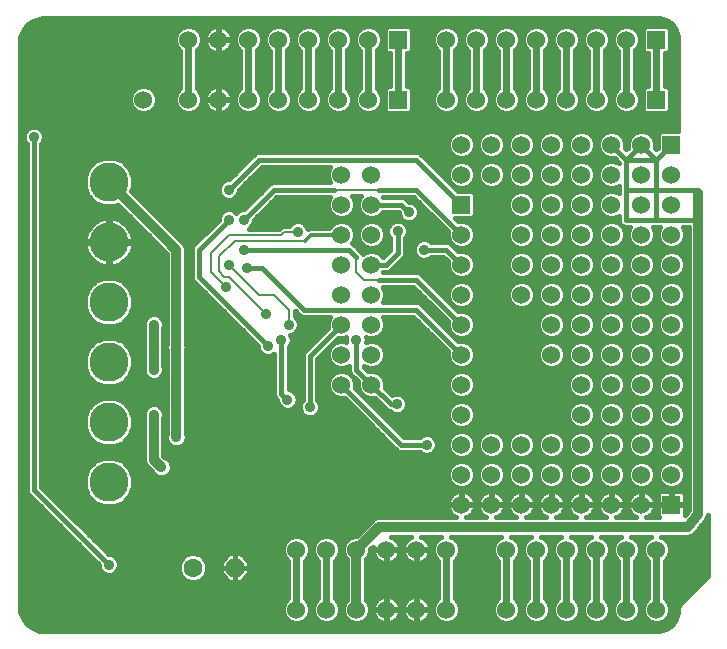
<source format=gbl>
G75*
G70*
%OFA0B0*%
%FSLAX24Y24*%
%IPPOS*%
%LPD*%
%AMOC8*
5,1,8,0,0,1.08239X$1,22.5*
%
%ADD10C,0.0600*%
%ADD11R,0.0600X0.0600*%
%ADD12C,0.1300*%
%ADD13OC8,0.0630*%
%ADD14C,0.0630*%
%ADD15C,0.0240*%
%ADD16C,0.0357*%
%ADD17C,0.0080*%
%ADD18C,0.0160*%
%ADD19C,0.0320*%
%ADD20C,0.0120*%
D10*
X009680Y001180D03*
X010680Y001180D03*
X011680Y001180D03*
X012680Y001180D03*
X013680Y001180D03*
X014680Y001180D03*
X016680Y001180D03*
X017680Y001180D03*
X018680Y001180D03*
X019680Y001180D03*
X020680Y001180D03*
X021680Y001180D03*
X021680Y003180D03*
X020680Y003180D03*
X019680Y003180D03*
X018680Y003180D03*
X017680Y003180D03*
X016680Y003180D03*
X016180Y004680D03*
X015180Y004680D03*
X015180Y005680D03*
X016180Y005680D03*
X016180Y006680D03*
X015180Y006680D03*
X015180Y007680D03*
X015180Y008680D03*
X015180Y009680D03*
X015180Y010680D03*
X015180Y011680D03*
X015180Y012680D03*
X015180Y013680D03*
X015180Y015680D03*
X016180Y015680D03*
X016180Y016680D03*
X015180Y016680D03*
X014680Y018180D03*
X015680Y018180D03*
X016680Y018180D03*
X017680Y018180D03*
X018680Y018180D03*
X019680Y018180D03*
X020680Y018180D03*
X020180Y016680D03*
X019180Y016680D03*
X018180Y016680D03*
X017180Y016680D03*
X017180Y015680D03*
X018180Y015680D03*
X019180Y015680D03*
X020180Y015680D03*
X021180Y015680D03*
X022180Y015680D03*
X022180Y014680D03*
X022180Y013680D03*
X021180Y013680D03*
X021180Y014680D03*
X020180Y014680D03*
X020180Y013680D03*
X019180Y013680D03*
X019180Y014680D03*
X018180Y014680D03*
X018180Y013680D03*
X017180Y013680D03*
X017180Y014680D03*
X017180Y012680D03*
X018180Y012680D03*
X019180Y012680D03*
X020180Y012680D03*
X021180Y012680D03*
X022180Y012680D03*
X022180Y011680D03*
X022180Y010680D03*
X021180Y010680D03*
X021180Y011680D03*
X020180Y011680D03*
X020180Y010680D03*
X019180Y010680D03*
X019180Y011680D03*
X018180Y011680D03*
X018180Y010680D03*
X017180Y011680D03*
X018180Y009680D03*
X019180Y009680D03*
X020180Y009680D03*
X021180Y009680D03*
X022180Y009680D03*
X022180Y008680D03*
X021180Y008680D03*
X020180Y008680D03*
X019180Y008680D03*
X019180Y007680D03*
X019180Y006680D03*
X018180Y006680D03*
X017180Y006680D03*
X017180Y005680D03*
X018180Y005680D03*
X019180Y005680D03*
X020180Y005680D03*
X021180Y005680D03*
X022180Y005680D03*
X022180Y006680D03*
X022180Y007680D03*
X021180Y007680D03*
X021180Y006680D03*
X020180Y006680D03*
X020180Y007680D03*
X020180Y004680D03*
X019180Y004680D03*
X018180Y004680D03*
X017180Y004680D03*
X014680Y003180D03*
X013680Y003180D03*
X012680Y003180D03*
X011680Y003180D03*
X010680Y003180D03*
X009680Y003180D03*
X011180Y008680D03*
X011180Y009680D03*
X011180Y010680D03*
X011180Y011680D03*
X011180Y012680D03*
X011180Y013680D03*
X011180Y014680D03*
X011180Y015680D03*
X012180Y015680D03*
X012180Y014680D03*
X012180Y013680D03*
X012180Y012680D03*
X012180Y011680D03*
X012180Y010680D03*
X012180Y009680D03*
X012180Y008680D03*
X021180Y004680D03*
X021180Y016680D03*
X020680Y020180D03*
X019680Y020180D03*
X018680Y020180D03*
X017680Y020180D03*
X016680Y020180D03*
X015680Y020180D03*
X014680Y020180D03*
X012080Y020180D03*
X011080Y020180D03*
X010080Y020180D03*
X009080Y020180D03*
X008080Y020180D03*
X007080Y020180D03*
X006080Y020180D03*
X006080Y018180D03*
X007080Y018180D03*
X008080Y018180D03*
X009080Y018180D03*
X010080Y018180D03*
X011080Y018180D03*
X012080Y018180D03*
X004580Y018180D03*
D11*
X013080Y018180D03*
X013080Y020180D03*
X015180Y014680D03*
X021680Y018180D03*
X022180Y016680D03*
X021680Y020180D03*
X022180Y004680D03*
D12*
X003430Y005430D03*
X003430Y007430D03*
X003430Y009430D03*
X003430Y011430D03*
X003430Y013430D03*
X003430Y015430D03*
D13*
X007630Y002580D03*
D14*
X006230Y002580D03*
D15*
X009680Y003180D02*
X009680Y001180D01*
X010680Y001180D02*
X010680Y003180D01*
X014680Y003180D02*
X014680Y001180D01*
X016680Y001180D02*
X016680Y003180D01*
X017680Y003180D02*
X017680Y001180D01*
X018680Y001180D02*
X018680Y003180D01*
X019680Y003180D02*
X019680Y001180D01*
X020680Y001180D02*
X020680Y003180D01*
X021680Y003180D02*
X021680Y001180D01*
X021680Y018180D02*
X021680Y020180D01*
X020680Y020180D02*
X020680Y018180D01*
X019680Y018180D02*
X019680Y020180D01*
X018680Y020180D02*
X018680Y018180D01*
X017680Y018180D02*
X017680Y020180D01*
X016680Y020180D02*
X016680Y018180D01*
X015680Y018180D02*
X015680Y020180D01*
X014680Y020180D02*
X014680Y018180D01*
X013080Y018180D02*
X013080Y020180D01*
X012080Y020180D02*
X012080Y018180D01*
X011080Y018180D02*
X011080Y020180D01*
X010080Y020180D02*
X010080Y018180D01*
X009080Y018180D02*
X009080Y020180D01*
X008080Y020180D02*
X008080Y018180D01*
X006080Y018180D02*
X006080Y020180D01*
D16*
X000930Y016930D03*
X007330Y011930D03*
X008030Y012580D03*
X007430Y012680D03*
X007930Y013180D03*
X007930Y014180D03*
X007430Y014180D03*
X007430Y015180D03*
X009730Y013780D03*
X008680Y011030D03*
X009430Y010680D03*
X009180Y010180D03*
X008730Y009980D03*
X007930Y009680D03*
X007680Y009930D03*
X007430Y009680D03*
X007180Y009930D03*
X006930Y009680D03*
X006680Y009930D03*
X006430Y009680D03*
X005680Y009930D03*
X004930Y009180D03*
X004930Y007680D03*
X005680Y006930D03*
X006430Y006930D03*
X006680Y007180D03*
X006930Y006930D03*
X007180Y007180D03*
X007430Y006930D03*
X007680Y007180D03*
X007930Y006930D03*
X008180Y007180D03*
X008430Y006930D03*
X008680Y007180D03*
X009380Y008180D03*
X010130Y007930D03*
X011680Y010180D03*
X013030Y008030D03*
X014030Y006680D03*
X013930Y013180D03*
X013055Y013805D03*
X013430Y014430D03*
X004930Y010680D03*
X005180Y005930D03*
X003430Y002680D03*
D17*
X009430Y010680D02*
X009430Y011180D01*
X008930Y011680D01*
X008430Y011680D01*
X007430Y012680D01*
X007105Y012455D02*
X007280Y012280D01*
X007430Y012280D01*
X008680Y011030D01*
X007330Y011930D02*
X006830Y012430D01*
X006830Y013080D01*
X007430Y013680D01*
X009180Y013680D01*
X009280Y013780D01*
X009730Y013780D01*
X009980Y013480D02*
X007630Y013480D01*
X007105Y012955D01*
X007105Y012455D01*
X010930Y015180D02*
X012430Y015180D01*
X011680Y012930D02*
X011680Y012430D01*
X011930Y012180D01*
X012430Y012180D01*
D18*
X000571Y000894D02*
X000711Y000711D01*
X000894Y000571D01*
X001106Y000481D01*
X001206Y000460D01*
X021680Y000460D01*
X021793Y000469D01*
X022007Y000538D01*
X022189Y000671D01*
X022322Y000853D01*
X022391Y001067D01*
X022400Y001180D01*
X022400Y001236D01*
X022443Y001339D01*
X023400Y002296D01*
X023400Y004337D01*
X023400Y004337D01*
X023400Y004316D01*
X023383Y004276D01*
X023372Y004234D01*
X023359Y004218D01*
X023351Y004199D01*
X023320Y004168D01*
X023009Y003768D01*
X023001Y003749D01*
X022970Y003718D01*
X022944Y003683D01*
X022926Y003673D01*
X022911Y003659D01*
X022871Y003642D01*
X022833Y003620D01*
X022813Y003618D01*
X022794Y003610D01*
X022750Y003610D01*
X022707Y003605D01*
X022687Y003610D01*
X021844Y003610D01*
X021941Y003570D01*
X022070Y003441D01*
X022140Y003271D01*
X022140Y003088D01*
X022070Y002919D01*
X021960Y002809D01*
X021960Y001551D01*
X022070Y001441D01*
X022140Y001271D01*
X022140Y001088D01*
X022070Y000919D01*
X021941Y000790D01*
X021771Y000720D01*
X021588Y000720D01*
X021419Y000790D01*
X021290Y000919D01*
X021220Y001088D01*
X021220Y001271D01*
X021290Y001441D01*
X021400Y001551D01*
X021400Y002809D01*
X021290Y002919D01*
X021220Y003088D01*
X021220Y003271D01*
X021290Y003441D01*
X021419Y003570D01*
X021516Y003610D01*
X020844Y003610D01*
X020941Y003570D01*
X021070Y003441D01*
X021140Y003271D01*
X021140Y003088D01*
X021070Y002919D01*
X020960Y002809D01*
X020960Y001551D01*
X021070Y001441D01*
X021140Y001271D01*
X021140Y001088D01*
X021070Y000919D01*
X020941Y000790D01*
X020771Y000720D01*
X020588Y000720D01*
X020419Y000790D01*
X020290Y000919D01*
X020220Y001088D01*
X020220Y001271D01*
X020290Y001441D01*
X020400Y001551D01*
X020400Y002809D01*
X020290Y002919D01*
X020220Y003088D01*
X020220Y003271D01*
X020290Y003441D01*
X020419Y003570D01*
X020516Y003610D01*
X019844Y003610D01*
X019941Y003570D01*
X020070Y003441D01*
X020140Y003271D01*
X020140Y003088D01*
X020070Y002919D01*
X019960Y002809D01*
X019960Y001551D01*
X020070Y001441D01*
X020140Y001271D01*
X020140Y001088D01*
X020070Y000919D01*
X019941Y000790D01*
X019771Y000720D01*
X019588Y000720D01*
X019419Y000790D01*
X019290Y000919D01*
X019220Y001088D01*
X019220Y001271D01*
X019290Y001441D01*
X019400Y001551D01*
X019400Y002809D01*
X019290Y002919D01*
X019220Y003088D01*
X019220Y003271D01*
X019290Y003441D01*
X019419Y003570D01*
X019516Y003610D01*
X018844Y003610D01*
X018941Y003570D01*
X019070Y003441D01*
X019140Y003271D01*
X019140Y003088D01*
X019070Y002919D01*
X018960Y002809D01*
X018960Y001551D01*
X019070Y001441D01*
X019140Y001271D01*
X019140Y001088D01*
X019070Y000919D01*
X018941Y000790D01*
X018771Y000720D01*
X018588Y000720D01*
X018419Y000790D01*
X018290Y000919D01*
X018220Y001088D01*
X018220Y001271D01*
X018290Y001441D01*
X018400Y001551D01*
X018400Y002809D01*
X018290Y002919D01*
X018220Y003088D01*
X018220Y003271D01*
X018290Y003441D01*
X018419Y003570D01*
X018516Y003610D01*
X017844Y003610D01*
X017941Y003570D01*
X018070Y003441D01*
X018140Y003271D01*
X018140Y003088D01*
X018070Y002919D01*
X017960Y002809D01*
X017960Y001551D01*
X018070Y001441D01*
X018140Y001271D01*
X018140Y001088D01*
X018070Y000919D01*
X017941Y000790D01*
X017771Y000720D01*
X017588Y000720D01*
X017419Y000790D01*
X017290Y000919D01*
X017220Y001088D01*
X017220Y001271D01*
X017290Y001441D01*
X017400Y001551D01*
X017400Y002809D01*
X017290Y002919D01*
X017220Y003088D01*
X017220Y003271D01*
X017290Y003441D01*
X017419Y003570D01*
X017516Y003610D01*
X016844Y003610D01*
X016941Y003570D01*
X017070Y003441D01*
X017140Y003271D01*
X017140Y003088D01*
X017070Y002919D01*
X016960Y002809D01*
X016960Y001551D01*
X017070Y001441D01*
X017140Y001271D01*
X017140Y001088D01*
X017070Y000919D01*
X016941Y000790D01*
X016771Y000720D01*
X016588Y000720D01*
X016419Y000790D01*
X016290Y000919D01*
X016220Y001088D01*
X016220Y001271D01*
X016290Y001441D01*
X016400Y001551D01*
X016400Y002809D01*
X016290Y002919D01*
X016220Y003088D01*
X016220Y003271D01*
X016290Y003441D01*
X016419Y003570D01*
X016516Y003610D01*
X014844Y003610D01*
X014941Y003570D01*
X015070Y003441D01*
X015140Y003271D01*
X015140Y003088D01*
X015070Y002919D01*
X014960Y002809D01*
X014960Y001551D01*
X015070Y001441D01*
X015140Y001271D01*
X015140Y001088D01*
X015070Y000919D01*
X014941Y000790D01*
X014771Y000720D01*
X014588Y000720D01*
X014419Y000790D01*
X014290Y000919D01*
X014220Y001088D01*
X014220Y001271D01*
X014290Y001441D01*
X014400Y001551D01*
X014400Y002809D01*
X014290Y002919D01*
X014220Y003088D01*
X014220Y003271D01*
X014290Y003441D01*
X014419Y003570D01*
X014516Y003610D01*
X013845Y003610D01*
X013857Y003606D01*
X013921Y003573D01*
X013980Y003531D01*
X014031Y003480D01*
X014073Y003421D01*
X014106Y003357D01*
X014129Y003288D01*
X014140Y003216D01*
X014140Y003200D01*
X013700Y003200D01*
X013700Y003160D01*
X014140Y003160D01*
X014140Y003144D01*
X014129Y003072D01*
X014106Y003003D01*
X014073Y002939D01*
X014031Y002880D01*
X013980Y002829D01*
X013921Y002787D01*
X013857Y002754D01*
X013788Y002731D01*
X013716Y002720D01*
X013700Y002720D01*
X013700Y003160D01*
X013660Y003160D01*
X013660Y002720D01*
X013644Y002720D01*
X013572Y002731D01*
X013503Y002754D01*
X013439Y002787D01*
X013380Y002829D01*
X013329Y002880D01*
X013287Y002939D01*
X013254Y003003D01*
X013231Y003072D01*
X013220Y003144D01*
X013220Y003160D01*
X013660Y003160D01*
X013660Y003200D01*
X013220Y003200D01*
X013220Y003216D01*
X013231Y003288D01*
X013254Y003357D01*
X013287Y003421D01*
X013329Y003480D01*
X013380Y003531D01*
X013439Y003573D01*
X013503Y003606D01*
X013515Y003610D01*
X012845Y003610D01*
X012857Y003606D01*
X012921Y003573D01*
X012980Y003531D01*
X013031Y003480D01*
X013073Y003421D01*
X013106Y003357D01*
X013129Y003288D01*
X013140Y003216D01*
X013140Y003200D01*
X012700Y003200D01*
X012700Y003160D01*
X013140Y003160D01*
X013140Y003144D01*
X013129Y003072D01*
X013106Y003003D01*
X013073Y002939D01*
X013031Y002880D01*
X012980Y002829D01*
X012921Y002787D01*
X012857Y002754D01*
X012788Y002731D01*
X012716Y002720D01*
X012700Y002720D01*
X012700Y003160D01*
X012660Y003160D01*
X012660Y002720D01*
X012644Y002720D01*
X012572Y002731D01*
X012503Y002754D01*
X012439Y002787D01*
X012380Y002829D01*
X012329Y002880D01*
X012287Y002939D01*
X012254Y003003D01*
X012231Y003072D01*
X012220Y003144D01*
X012220Y003160D01*
X012660Y003160D01*
X012660Y003200D01*
X012220Y003200D01*
X012220Y003216D01*
X012230Y003277D01*
X012140Y003187D01*
X012140Y003088D01*
X012070Y002919D01*
X012000Y002849D01*
X012000Y001511D01*
X012070Y001441D01*
X012140Y001271D01*
X012140Y001088D01*
X012070Y000919D01*
X011941Y000790D01*
X011771Y000720D01*
X011588Y000720D01*
X011419Y000790D01*
X011290Y000919D01*
X011220Y001088D01*
X011220Y001271D01*
X011290Y001441D01*
X011360Y001511D01*
X011360Y002849D01*
X011290Y002919D01*
X011220Y003088D01*
X011220Y003271D01*
X011290Y003441D01*
X011419Y003570D01*
X011588Y003640D01*
X011687Y003640D01*
X012159Y004111D01*
X012249Y004201D01*
X012366Y004250D01*
X015015Y004250D01*
X015003Y004254D01*
X014939Y004287D01*
X014880Y004329D01*
X014829Y004380D01*
X014787Y004439D01*
X014754Y004503D01*
X014731Y004572D01*
X014720Y004644D01*
X014720Y004660D01*
X015160Y004660D01*
X015160Y004700D01*
X015160Y005140D01*
X015144Y005140D01*
X015072Y005129D01*
X015003Y005106D01*
X014939Y005073D01*
X014880Y005031D01*
X014829Y004980D01*
X014787Y004921D01*
X014754Y004857D01*
X014731Y004788D01*
X014720Y004716D01*
X014720Y004700D01*
X015160Y004700D01*
X015200Y004700D01*
X015200Y005140D01*
X015216Y005140D01*
X015288Y005129D01*
X015357Y005106D01*
X015421Y005073D01*
X015480Y005031D01*
X015531Y004980D01*
X015573Y004921D01*
X015606Y004857D01*
X015629Y004788D01*
X015640Y004716D01*
X015640Y004700D01*
X015200Y004700D01*
X015200Y004660D01*
X015640Y004660D01*
X015640Y004644D01*
X015629Y004572D01*
X015606Y004503D01*
X015573Y004439D01*
X015531Y004380D01*
X015480Y004329D01*
X015421Y004287D01*
X015357Y004254D01*
X015345Y004250D01*
X016015Y004250D01*
X016003Y004254D01*
X015939Y004287D01*
X015880Y004329D01*
X015829Y004380D01*
X015787Y004439D01*
X015754Y004503D01*
X015731Y004572D01*
X015720Y004644D01*
X015720Y004660D01*
X016160Y004660D01*
X016160Y004700D01*
X016160Y005140D01*
X016144Y005140D01*
X016072Y005129D01*
X016003Y005106D01*
X015939Y005073D01*
X015880Y005031D01*
X015829Y004980D01*
X015787Y004921D01*
X015754Y004857D01*
X015731Y004788D01*
X015720Y004716D01*
X015720Y004700D01*
X016160Y004700D01*
X016200Y004700D01*
X016200Y005140D01*
X016216Y005140D01*
X016288Y005129D01*
X016357Y005106D01*
X016421Y005073D01*
X016480Y005031D01*
X016531Y004980D01*
X016573Y004921D01*
X016606Y004857D01*
X016629Y004788D01*
X016640Y004716D01*
X016640Y004700D01*
X016200Y004700D01*
X016200Y004660D01*
X016640Y004660D01*
X016640Y004644D01*
X016629Y004572D01*
X016606Y004503D01*
X016573Y004439D01*
X016531Y004380D01*
X016480Y004329D01*
X016421Y004287D01*
X016357Y004254D01*
X016345Y004250D01*
X017015Y004250D01*
X017003Y004254D01*
X016939Y004287D01*
X016880Y004329D01*
X016829Y004380D01*
X016787Y004439D01*
X016754Y004503D01*
X016731Y004572D01*
X016720Y004644D01*
X016720Y004660D01*
X017160Y004660D01*
X017160Y004700D01*
X017160Y005140D01*
X017144Y005140D01*
X017072Y005129D01*
X017003Y005106D01*
X016939Y005073D01*
X016880Y005031D01*
X016829Y004980D01*
X016787Y004921D01*
X016754Y004857D01*
X016731Y004788D01*
X016720Y004716D01*
X016720Y004700D01*
X017160Y004700D01*
X017200Y004700D01*
X017200Y005140D01*
X017216Y005140D01*
X017288Y005129D01*
X017357Y005106D01*
X017421Y005073D01*
X017480Y005031D01*
X017531Y004980D01*
X017573Y004921D01*
X017606Y004857D01*
X017629Y004788D01*
X017640Y004716D01*
X017640Y004700D01*
X017200Y004700D01*
X017200Y004660D01*
X017640Y004660D01*
X017640Y004644D01*
X017629Y004572D01*
X017606Y004503D01*
X017573Y004439D01*
X017531Y004380D01*
X017480Y004329D01*
X017421Y004287D01*
X017357Y004254D01*
X017345Y004250D01*
X018015Y004250D01*
X018003Y004254D01*
X017939Y004287D01*
X017880Y004329D01*
X017829Y004380D01*
X017787Y004439D01*
X017754Y004503D01*
X017731Y004572D01*
X017720Y004644D01*
X017720Y004660D01*
X018160Y004660D01*
X018160Y004700D01*
X018160Y005140D01*
X018144Y005140D01*
X018072Y005129D01*
X018003Y005106D01*
X017939Y005073D01*
X017880Y005031D01*
X017829Y004980D01*
X017787Y004921D01*
X017754Y004857D01*
X017731Y004788D01*
X017720Y004716D01*
X017720Y004700D01*
X018160Y004700D01*
X018200Y004700D01*
X018200Y005140D01*
X018216Y005140D01*
X018288Y005129D01*
X018357Y005106D01*
X018421Y005073D01*
X018480Y005031D01*
X018531Y004980D01*
X018573Y004921D01*
X018606Y004857D01*
X018629Y004788D01*
X018640Y004716D01*
X018640Y004700D01*
X018200Y004700D01*
X018200Y004660D01*
X018640Y004660D01*
X018640Y004644D01*
X018629Y004572D01*
X018606Y004503D01*
X018573Y004439D01*
X018531Y004380D01*
X018480Y004329D01*
X018421Y004287D01*
X018357Y004254D01*
X018345Y004250D01*
X019015Y004250D01*
X019003Y004254D01*
X018939Y004287D01*
X018880Y004329D01*
X018829Y004380D01*
X018787Y004439D01*
X018754Y004503D01*
X018731Y004572D01*
X018720Y004644D01*
X018720Y004660D01*
X019160Y004660D01*
X019160Y004700D01*
X019160Y005140D01*
X019144Y005140D01*
X019072Y005129D01*
X019003Y005106D01*
X018939Y005073D01*
X018880Y005031D01*
X018829Y004980D01*
X018787Y004921D01*
X018754Y004857D01*
X018731Y004788D01*
X018720Y004716D01*
X018720Y004700D01*
X019160Y004700D01*
X019200Y004700D01*
X019200Y005140D01*
X019216Y005140D01*
X019288Y005129D01*
X019357Y005106D01*
X019421Y005073D01*
X019480Y005031D01*
X019531Y004980D01*
X019573Y004921D01*
X019606Y004857D01*
X019629Y004788D01*
X019640Y004716D01*
X019640Y004700D01*
X019200Y004700D01*
X019200Y004660D01*
X019640Y004660D01*
X019640Y004644D01*
X019629Y004572D01*
X019606Y004503D01*
X019573Y004439D01*
X019531Y004380D01*
X019480Y004329D01*
X019421Y004287D01*
X019357Y004254D01*
X019345Y004250D01*
X020015Y004250D01*
X020003Y004254D01*
X019939Y004287D01*
X019880Y004329D01*
X019829Y004380D01*
X019787Y004439D01*
X019754Y004503D01*
X019731Y004572D01*
X019720Y004644D01*
X019720Y004660D01*
X020160Y004660D01*
X020160Y004700D01*
X020160Y005140D01*
X020144Y005140D01*
X020072Y005129D01*
X020003Y005106D01*
X019939Y005073D01*
X019880Y005031D01*
X019829Y004980D01*
X019787Y004921D01*
X019754Y004857D01*
X019731Y004788D01*
X019720Y004716D01*
X019720Y004700D01*
X020160Y004700D01*
X020200Y004700D01*
X020200Y005140D01*
X020216Y005140D01*
X020288Y005129D01*
X020357Y005106D01*
X020421Y005073D01*
X020480Y005031D01*
X020531Y004980D01*
X020573Y004921D01*
X020606Y004857D01*
X020629Y004788D01*
X020640Y004716D01*
X020640Y004700D01*
X020200Y004700D01*
X020200Y004660D01*
X020640Y004660D01*
X020640Y004644D01*
X020629Y004572D01*
X020606Y004503D01*
X020573Y004439D01*
X020531Y004380D01*
X020480Y004329D01*
X020421Y004287D01*
X020357Y004254D01*
X020345Y004250D01*
X021015Y004250D01*
X021003Y004254D01*
X020939Y004287D01*
X020880Y004329D01*
X020829Y004380D01*
X020787Y004439D01*
X020754Y004503D01*
X020731Y004572D01*
X020720Y004644D01*
X020720Y004660D01*
X021160Y004660D01*
X021160Y004700D01*
X021160Y005140D01*
X021144Y005140D01*
X021072Y005129D01*
X021003Y005106D01*
X020939Y005073D01*
X020880Y005031D01*
X020829Y004980D01*
X020787Y004921D01*
X020754Y004857D01*
X020731Y004788D01*
X020720Y004716D01*
X020720Y004700D01*
X021160Y004700D01*
X021200Y004700D01*
X021200Y005140D01*
X021216Y005140D01*
X021288Y005129D01*
X021357Y005106D01*
X021421Y005073D01*
X021480Y005031D01*
X021531Y004980D01*
X021573Y004921D01*
X021606Y004857D01*
X021629Y004788D01*
X021640Y004716D01*
X021640Y004700D01*
X021200Y004700D01*
X021200Y004660D01*
X021640Y004660D01*
X021640Y004644D01*
X021629Y004572D01*
X021606Y004503D01*
X021573Y004439D01*
X021531Y004380D01*
X021480Y004329D01*
X021421Y004287D01*
X021357Y004254D01*
X021345Y004250D01*
X021785Y004250D01*
X021782Y004252D01*
X021752Y004282D01*
X021731Y004318D01*
X021720Y004359D01*
X021720Y004660D01*
X022160Y004660D01*
X022160Y004700D01*
X022160Y005140D01*
X021859Y005140D01*
X021818Y005129D01*
X021782Y005108D01*
X021752Y005078D01*
X021731Y005042D01*
X021720Y005001D01*
X021720Y004700D01*
X022160Y004700D01*
X022200Y004700D01*
X022200Y005140D01*
X022501Y005140D01*
X022542Y005129D01*
X022578Y005108D01*
X022608Y005078D01*
X022629Y005042D01*
X022640Y005001D01*
X022640Y004700D01*
X022200Y004700D01*
X022200Y004660D01*
X022640Y004660D01*
X022640Y004359D01*
X022630Y004323D01*
X022760Y004490D01*
X022760Y013940D01*
X022570Y013940D01*
X022640Y013771D01*
X022640Y013588D01*
X022570Y013419D01*
X022441Y013290D01*
X022271Y013220D01*
X022088Y013220D01*
X021919Y013290D01*
X021790Y013419D01*
X021720Y013588D01*
X021720Y013771D01*
X021790Y013940D01*
X021570Y013940D01*
X021640Y013771D01*
X021640Y013588D01*
X021570Y013419D01*
X021441Y013290D01*
X021271Y013220D01*
X021088Y013220D01*
X020919Y013290D01*
X020790Y013419D01*
X020720Y013588D01*
X020720Y013771D01*
X020790Y013940D01*
X020632Y013940D01*
X020544Y013977D01*
X020477Y014044D01*
X020440Y014132D01*
X020440Y014290D01*
X020271Y014220D01*
X020088Y014220D01*
X019919Y014290D01*
X019790Y014419D01*
X019720Y014588D01*
X019720Y014771D01*
X019790Y014941D01*
X019919Y015070D01*
X020088Y015140D01*
X020271Y015140D01*
X020440Y015070D01*
X020440Y015290D01*
X020271Y015220D01*
X020088Y015220D01*
X019919Y015290D01*
X019790Y015419D01*
X019720Y015588D01*
X019720Y015771D01*
X019790Y015941D01*
X019919Y016070D01*
X020088Y016140D01*
X020271Y016140D01*
X020440Y016070D01*
X020440Y016081D01*
X020292Y016229D01*
X020271Y016220D01*
X020088Y016220D01*
X019919Y016290D01*
X019790Y016419D01*
X019720Y016588D01*
X019720Y016771D01*
X019790Y016941D01*
X019919Y017070D01*
X020088Y017140D01*
X020271Y017140D01*
X020441Y017070D01*
X020570Y016941D01*
X020640Y016771D01*
X020640Y016588D01*
X020631Y016568D01*
X020680Y016519D01*
X020729Y016568D01*
X020720Y016588D01*
X020720Y016771D01*
X020790Y016941D01*
X020919Y017070D01*
X021088Y017140D01*
X021271Y017140D01*
X021441Y017070D01*
X021570Y016941D01*
X021640Y016771D01*
X021640Y016588D01*
X021631Y016568D01*
X021680Y016519D01*
X021720Y016559D01*
X021720Y017046D01*
X021814Y017140D01*
X022400Y017140D01*
X022400Y020180D01*
X022391Y020293D01*
X022322Y020507D01*
X022189Y020689D01*
X022007Y020822D01*
X021793Y020891D01*
X021680Y020900D01*
X001206Y020900D01*
X001106Y020879D01*
X000894Y020789D01*
X000711Y020649D01*
X000571Y020466D01*
X000481Y020254D01*
X000460Y020154D01*
X000460Y001206D01*
X000481Y001106D01*
X000571Y000894D01*
X000537Y000973D02*
X009268Y000973D01*
X009290Y000919D02*
X009419Y000790D01*
X009588Y000720D01*
X009771Y000720D01*
X009941Y000790D01*
X010070Y000919D01*
X010140Y001088D01*
X010140Y001271D01*
X010070Y001441D01*
X009960Y001551D01*
X009960Y002809D01*
X010070Y002919D01*
X010140Y003088D01*
X010140Y003271D01*
X010070Y003441D01*
X009941Y003570D01*
X009771Y003640D01*
X009588Y003640D01*
X009419Y003570D01*
X009290Y003441D01*
X009220Y003271D01*
X009220Y003088D01*
X009290Y002919D01*
X009400Y002809D01*
X009400Y001551D01*
X009290Y001441D01*
X009220Y001271D01*
X009220Y001088D01*
X009290Y000919D01*
X009395Y000814D02*
X000632Y000814D01*
X000784Y000656D02*
X022168Y000656D01*
X022293Y000814D02*
X021965Y000814D01*
X022092Y000973D02*
X022360Y000973D01*
X022396Y001131D02*
X022140Y001131D01*
X022133Y001290D02*
X022422Y001290D01*
X022552Y001448D02*
X022063Y001448D01*
X021960Y001607D02*
X022711Y001607D01*
X022869Y001765D02*
X021960Y001765D01*
X021960Y001924D02*
X023028Y001924D01*
X023186Y002082D02*
X021960Y002082D01*
X021960Y002241D02*
X023345Y002241D01*
X023400Y002399D02*
X021960Y002399D01*
X021960Y002558D02*
X023400Y002558D01*
X023400Y002716D02*
X021960Y002716D01*
X022025Y002875D02*
X023400Y002875D01*
X023400Y003033D02*
X022117Y003033D01*
X022140Y003192D02*
X023400Y003192D01*
X023400Y003350D02*
X022107Y003350D01*
X022002Y003509D02*
X023400Y003509D01*
X023400Y003667D02*
X022920Y003667D01*
X023054Y003826D02*
X023400Y003826D01*
X023400Y003984D02*
X023177Y003984D01*
X023301Y004143D02*
X023400Y004143D01*
X023394Y004301D02*
X023400Y004301D01*
X022736Y004460D02*
X022640Y004460D01*
X022640Y004618D02*
X022760Y004618D01*
X022760Y004777D02*
X022640Y004777D01*
X022640Y004935D02*
X022760Y004935D01*
X022760Y005094D02*
X022593Y005094D01*
X022760Y005252D02*
X022349Y005252D01*
X022271Y005220D02*
X022441Y005290D01*
X022570Y005419D01*
X022640Y005588D01*
X022640Y005771D01*
X022570Y005941D01*
X022441Y006070D01*
X022271Y006140D01*
X022088Y006140D01*
X021919Y006070D01*
X021790Y005941D01*
X021720Y005771D01*
X021720Y005588D01*
X021790Y005419D01*
X021919Y005290D01*
X022088Y005220D01*
X022271Y005220D01*
X022200Y005094D02*
X022160Y005094D01*
X022160Y004935D02*
X022200Y004935D01*
X022200Y004777D02*
X022160Y004777D01*
X021720Y004777D02*
X021630Y004777D01*
X021636Y004618D02*
X021720Y004618D01*
X021720Y004460D02*
X021584Y004460D01*
X021441Y004301D02*
X021741Y004301D01*
X021720Y004935D02*
X021563Y004935D01*
X021382Y005094D02*
X021767Y005094D01*
X022011Y005252D02*
X021349Y005252D01*
X021271Y005220D02*
X021441Y005290D01*
X021570Y005419D01*
X021640Y005588D01*
X021640Y005771D01*
X021570Y005941D01*
X021441Y006070D01*
X021271Y006140D01*
X021088Y006140D01*
X020919Y006070D01*
X020790Y005941D01*
X020720Y005771D01*
X020720Y005588D01*
X020790Y005419D01*
X020919Y005290D01*
X021088Y005220D01*
X021271Y005220D01*
X021200Y005094D02*
X021160Y005094D01*
X021160Y004935D02*
X021200Y004935D01*
X021200Y004777D02*
X021160Y004777D01*
X020978Y005094D02*
X020382Y005094D01*
X020349Y005252D02*
X021011Y005252D01*
X020799Y005411D02*
X020561Y005411D01*
X020570Y005419D02*
X020640Y005588D01*
X020640Y005771D01*
X020570Y005941D01*
X020441Y006070D01*
X020271Y006140D01*
X020088Y006140D01*
X019919Y006070D01*
X019790Y005941D01*
X019720Y005771D01*
X019720Y005588D01*
X019790Y005419D01*
X019919Y005290D01*
X020088Y005220D01*
X020271Y005220D01*
X020441Y005290D01*
X020570Y005419D01*
X020632Y005569D02*
X020728Y005569D01*
X020720Y005728D02*
X020640Y005728D01*
X020593Y005886D02*
X020767Y005886D01*
X020894Y006045D02*
X020466Y006045D01*
X020441Y006290D02*
X020271Y006220D01*
X020088Y006220D01*
X019919Y006290D01*
X019790Y006419D01*
X019720Y006588D01*
X019720Y006771D01*
X019790Y006941D01*
X019919Y007070D01*
X020088Y007140D01*
X020271Y007140D01*
X020441Y007070D01*
X020570Y006941D01*
X020640Y006771D01*
X020640Y006588D01*
X020570Y006419D01*
X020441Y006290D01*
X020512Y006362D02*
X020848Y006362D01*
X020790Y006419D02*
X020919Y006290D01*
X021088Y006220D01*
X021271Y006220D01*
X021441Y006290D01*
X021570Y006419D01*
X021640Y006588D01*
X021640Y006771D01*
X021570Y006941D01*
X021441Y007070D01*
X021271Y007140D01*
X021088Y007140D01*
X020919Y007070D01*
X020790Y006941D01*
X020720Y006771D01*
X020720Y006588D01*
X020790Y006419D01*
X020748Y006520D02*
X020612Y006520D01*
X020640Y006679D02*
X020720Y006679D01*
X020747Y006837D02*
X020613Y006837D01*
X020515Y006996D02*
X020845Y006996D01*
X020919Y007290D02*
X021088Y007220D01*
X021271Y007220D01*
X021441Y007290D01*
X021570Y007419D01*
X021640Y007588D01*
X021640Y007771D01*
X021570Y007941D01*
X021441Y008070D01*
X021271Y008140D01*
X021088Y008140D01*
X020919Y008070D01*
X020790Y007941D01*
X020720Y007771D01*
X020720Y007588D01*
X020790Y007419D01*
X020919Y007290D01*
X020897Y007313D02*
X020463Y007313D01*
X020441Y007290D02*
X020570Y007419D01*
X020640Y007588D01*
X020640Y007771D01*
X020570Y007941D01*
X020441Y008070D01*
X020271Y008140D01*
X020088Y008140D01*
X019919Y008070D01*
X019790Y007941D01*
X019720Y007771D01*
X019720Y007588D01*
X019790Y007419D01*
X019919Y007290D01*
X020088Y007220D01*
X020271Y007220D01*
X020441Y007290D01*
X020591Y007471D02*
X020769Y007471D01*
X020720Y007630D02*
X020640Y007630D01*
X020633Y007788D02*
X020727Y007788D01*
X020796Y007947D02*
X020564Y007947D01*
X020356Y008105D02*
X021004Y008105D01*
X021088Y008220D02*
X020919Y008290D01*
X020790Y008419D01*
X020720Y008588D01*
X020720Y008771D01*
X020790Y008941D01*
X020919Y009070D01*
X021088Y009140D01*
X021271Y009140D01*
X021441Y009070D01*
X021570Y008941D01*
X021640Y008771D01*
X021640Y008588D01*
X021570Y008419D01*
X021441Y008290D01*
X021271Y008220D01*
X021088Y008220D01*
X020983Y008264D02*
X020377Y008264D01*
X020441Y008290D02*
X020570Y008419D01*
X020640Y008588D01*
X020640Y008771D01*
X020570Y008941D01*
X020441Y009070D01*
X020271Y009140D01*
X020088Y009140D01*
X019919Y009070D01*
X019790Y008941D01*
X019720Y008771D01*
X019720Y008588D01*
X019790Y008419D01*
X019919Y008290D01*
X020088Y008220D01*
X020271Y008220D01*
X020441Y008290D01*
X020571Y008422D02*
X020789Y008422D01*
X020723Y008581D02*
X020637Y008581D01*
X020640Y008739D02*
X020720Y008739D01*
X020772Y008898D02*
X020588Y008898D01*
X020455Y009056D02*
X020905Y009056D01*
X020919Y009290D02*
X021088Y009220D01*
X021271Y009220D01*
X021441Y009290D01*
X021570Y009419D01*
X021640Y009588D01*
X021640Y009771D01*
X021570Y009941D01*
X021441Y010070D01*
X021271Y010140D01*
X021088Y010140D01*
X020919Y010070D01*
X020790Y009941D01*
X020720Y009771D01*
X020720Y009588D01*
X020790Y009419D01*
X020919Y009290D01*
X020836Y009373D02*
X020524Y009373D01*
X020570Y009419D02*
X020640Y009588D01*
X020640Y009771D01*
X020570Y009941D01*
X020441Y010070D01*
X020271Y010140D01*
X020088Y010140D01*
X019919Y010070D01*
X019790Y009941D01*
X019720Y009771D01*
X019720Y009588D01*
X019790Y009419D01*
X019919Y009290D01*
X020088Y009220D01*
X020271Y009220D01*
X020441Y009290D01*
X020570Y009419D01*
X020616Y009532D02*
X020744Y009532D01*
X020720Y009690D02*
X020640Y009690D01*
X020608Y009849D02*
X020752Y009849D01*
X020856Y010007D02*
X020504Y010007D01*
X020441Y010290D02*
X020271Y010220D01*
X020088Y010220D01*
X019919Y010290D01*
X019790Y010419D01*
X019720Y010588D01*
X019720Y010771D01*
X019790Y010941D01*
X019919Y011070D01*
X020088Y011140D01*
X020271Y011140D01*
X020441Y011070D01*
X020570Y010941D01*
X020640Y010771D01*
X020640Y010588D01*
X020570Y010419D01*
X020441Y010290D01*
X020475Y010324D02*
X020885Y010324D01*
X020919Y010290D02*
X021088Y010220D01*
X021271Y010220D01*
X021441Y010290D01*
X021570Y010419D01*
X021640Y010588D01*
X021640Y010771D01*
X021570Y010941D01*
X021441Y011070D01*
X021271Y011140D01*
X021088Y011140D01*
X020919Y011070D01*
X020790Y010941D01*
X020720Y010771D01*
X020720Y010588D01*
X020790Y010419D01*
X020919Y010290D01*
X020764Y010483D02*
X020596Y010483D01*
X020640Y010641D02*
X020720Y010641D01*
X020732Y010800D02*
X020628Y010800D01*
X020553Y010958D02*
X020807Y010958D01*
X021032Y011117D02*
X020328Y011117D01*
X020271Y011220D02*
X020441Y011290D01*
X020570Y011419D01*
X020640Y011588D01*
X020640Y011771D01*
X020570Y011941D01*
X020441Y012070D01*
X020271Y012140D01*
X020088Y012140D01*
X019919Y012070D01*
X019790Y011941D01*
X019720Y011771D01*
X019720Y011588D01*
X019790Y011419D01*
X019919Y011290D01*
X020088Y011220D01*
X020271Y011220D01*
X020404Y011275D02*
X020956Y011275D01*
X020919Y011290D02*
X021088Y011220D01*
X021271Y011220D01*
X021441Y011290D01*
X021570Y011419D01*
X021640Y011588D01*
X021640Y011771D01*
X021570Y011941D01*
X021441Y012070D01*
X021271Y012140D01*
X021088Y012140D01*
X020919Y012070D01*
X020790Y011941D01*
X020720Y011771D01*
X020720Y011588D01*
X020790Y011419D01*
X020919Y011290D01*
X020784Y011434D02*
X020576Y011434D01*
X020640Y011592D02*
X020720Y011592D01*
X020720Y011751D02*
X020640Y011751D01*
X020583Y011909D02*
X020777Y011909D01*
X020917Y012068D02*
X020443Y012068D01*
X020441Y012290D02*
X020271Y012220D01*
X020088Y012220D01*
X019919Y012290D01*
X019790Y012419D01*
X019720Y012588D01*
X019720Y012771D01*
X019790Y012941D01*
X019919Y013070D01*
X020088Y013140D01*
X020271Y013140D01*
X020441Y013070D01*
X020570Y012941D01*
X020640Y012771D01*
X020640Y012588D01*
X020570Y012419D01*
X020441Y012290D01*
X020535Y012385D02*
X020825Y012385D01*
X020790Y012419D02*
X020919Y012290D01*
X021088Y012220D01*
X021271Y012220D01*
X021441Y012290D01*
X021570Y012419D01*
X021640Y012588D01*
X021640Y012771D01*
X021570Y012941D01*
X021441Y013070D01*
X021271Y013140D01*
X021088Y013140D01*
X020919Y013070D01*
X020790Y012941D01*
X020720Y012771D01*
X020720Y012588D01*
X020790Y012419D01*
X020739Y012543D02*
X020621Y012543D01*
X020640Y012702D02*
X020720Y012702D01*
X020757Y012860D02*
X020603Y012860D01*
X020492Y013019D02*
X020868Y013019D01*
X020874Y013336D02*
X020486Y013336D01*
X020441Y013290D02*
X020570Y013419D01*
X020640Y013588D01*
X020640Y013771D01*
X020570Y013941D01*
X020441Y014070D01*
X020271Y014140D01*
X020088Y014140D01*
X019919Y014070D01*
X019790Y013941D01*
X019720Y013771D01*
X019720Y013588D01*
X019790Y013419D01*
X019919Y013290D01*
X020088Y013220D01*
X020271Y013220D01*
X020441Y013290D01*
X020601Y013494D02*
X020759Y013494D01*
X020720Y013653D02*
X020640Y013653D01*
X020624Y013811D02*
X020736Y013811D01*
X020561Y013970D02*
X020541Y013970D01*
X020442Y014128D02*
X020300Y014128D01*
X020432Y014287D02*
X020440Y014287D01*
X020680Y014180D02*
X021680Y014180D01*
X023080Y014180D01*
X022760Y013811D02*
X022624Y013811D01*
X022640Y013653D02*
X022760Y013653D01*
X022760Y013494D02*
X022601Y013494D01*
X022486Y013336D02*
X022760Y013336D01*
X022760Y013177D02*
X015022Y013177D01*
X015068Y013131D02*
X014883Y013316D01*
X014816Y013383D01*
X014728Y013420D01*
X014169Y013420D01*
X014122Y013467D01*
X013997Y013519D01*
X013863Y013519D01*
X013738Y013467D01*
X013643Y013372D01*
X013591Y013247D01*
X013591Y013113D01*
X013643Y012988D01*
X013738Y012893D01*
X013863Y012841D01*
X013997Y012841D01*
X014122Y012893D01*
X014169Y012940D01*
X014581Y012940D01*
X014729Y012792D01*
X014720Y012771D01*
X014720Y012588D01*
X014790Y012419D01*
X014919Y012290D01*
X015088Y012220D01*
X015271Y012220D01*
X015441Y012290D01*
X015570Y012419D01*
X015640Y012588D01*
X015640Y012771D01*
X015570Y012941D01*
X015441Y013070D01*
X015271Y013140D01*
X015088Y013140D01*
X015068Y013131D01*
X015088Y013220D02*
X015271Y013220D01*
X015441Y013290D01*
X015570Y013419D01*
X015640Y013588D01*
X015640Y013771D01*
X015570Y013941D01*
X015441Y014070D01*
X015271Y014140D01*
X015088Y014140D01*
X015068Y014131D01*
X014979Y014220D01*
X015546Y014220D01*
X015640Y014314D01*
X015640Y015046D01*
X015546Y015140D01*
X015059Y015140D01*
X013816Y016383D01*
X013728Y016420D01*
X008382Y016420D01*
X008294Y016383D01*
X008227Y016316D01*
X007429Y015519D01*
X007363Y015519D01*
X007238Y015467D01*
X007143Y015372D01*
X007091Y015247D01*
X007091Y015113D01*
X007143Y014988D01*
X007238Y014893D01*
X007363Y014841D01*
X007497Y014841D01*
X007622Y014893D01*
X007717Y014988D01*
X007769Y015113D01*
X007769Y015179D01*
X008529Y015940D01*
X010790Y015940D01*
X010720Y015771D01*
X010720Y015588D01*
X010790Y015420D01*
X008882Y015420D01*
X008794Y015383D01*
X008727Y015316D01*
X007929Y014519D01*
X007863Y014519D01*
X007738Y014467D01*
X007680Y014409D01*
X007622Y014467D01*
X007497Y014519D01*
X007363Y014519D01*
X007238Y014467D01*
X007143Y014372D01*
X007091Y014247D01*
X007091Y014181D01*
X006227Y013316D01*
X006190Y013228D01*
X006190Y012232D01*
X006227Y012144D01*
X006294Y012077D01*
X008391Y009979D01*
X008391Y009913D01*
X008443Y009788D01*
X008538Y009693D01*
X008663Y009641D01*
X008797Y009641D01*
X008922Y009693D01*
X008940Y009711D01*
X008940Y008332D01*
X008977Y008244D01*
X009041Y008179D01*
X009041Y008113D01*
X009093Y007988D01*
X009188Y007893D01*
X009313Y007841D01*
X009447Y007841D01*
X009572Y007893D01*
X009667Y007988D01*
X009719Y008113D01*
X009719Y008247D01*
X009667Y008372D01*
X009572Y008467D01*
X009447Y008519D01*
X009420Y008519D01*
X009420Y009941D01*
X009467Y009988D01*
X009519Y010113D01*
X009519Y010247D01*
X009480Y010341D01*
X009497Y010341D01*
X009622Y010393D01*
X009717Y010488D01*
X009769Y010613D01*
X009769Y010747D01*
X009717Y010872D01*
X009630Y010959D01*
X009630Y011141D01*
X009794Y010977D01*
X009882Y010940D01*
X010790Y010940D01*
X010720Y010771D01*
X010720Y010588D01*
X010729Y010568D01*
X009927Y009766D01*
X009890Y009678D01*
X009890Y008169D01*
X009843Y008122D01*
X009791Y007997D01*
X009791Y007863D01*
X009843Y007738D01*
X009938Y007643D01*
X010063Y007591D01*
X010197Y007591D01*
X010322Y007643D01*
X010417Y007738D01*
X010469Y007863D01*
X010469Y007997D01*
X010417Y008122D01*
X010370Y008169D01*
X010370Y009531D01*
X011068Y010229D01*
X011088Y010220D01*
X011271Y010220D01*
X011342Y010249D01*
X011341Y010247D01*
X011341Y010113D01*
X011342Y010111D01*
X011271Y010140D01*
X011088Y010140D01*
X010919Y010070D01*
X010790Y009941D01*
X010720Y009771D01*
X010720Y009588D01*
X010790Y009419D01*
X010919Y009290D01*
X011088Y009220D01*
X011271Y009220D01*
X011440Y009290D01*
X011440Y009132D01*
X011477Y009044D01*
X011729Y008792D01*
X011720Y008771D01*
X011720Y008588D01*
X011790Y008419D01*
X011919Y008290D01*
X012088Y008220D01*
X012271Y008220D01*
X012292Y008229D01*
X012694Y007827D01*
X012782Y007790D01*
X012791Y007790D01*
X012838Y007743D01*
X012963Y007691D01*
X013097Y007691D01*
X013222Y007743D01*
X013317Y007838D01*
X013369Y007963D01*
X013369Y008097D01*
X013317Y008222D01*
X013222Y008317D01*
X013097Y008369D01*
X012963Y008369D01*
X012869Y008330D01*
X012631Y008568D01*
X012640Y008588D01*
X012640Y008771D01*
X012570Y008941D01*
X012441Y009070D01*
X012271Y009140D01*
X012088Y009140D01*
X012068Y009131D01*
X011920Y009279D01*
X011920Y009290D01*
X012088Y009220D01*
X012271Y009220D01*
X012441Y009290D01*
X012570Y009419D01*
X012640Y009588D01*
X012640Y009771D01*
X012570Y009941D01*
X012441Y010070D01*
X012271Y010140D01*
X012088Y010140D01*
X012018Y010111D01*
X012019Y010113D01*
X012019Y010247D01*
X012018Y010249D01*
X012088Y010220D01*
X012271Y010220D01*
X012441Y010290D01*
X012570Y010419D01*
X012640Y010588D01*
X012640Y010771D01*
X012570Y010940D01*
X013581Y010940D01*
X014729Y009792D01*
X014720Y009771D01*
X014720Y009588D01*
X014790Y009419D01*
X014919Y009290D01*
X015088Y009220D01*
X015271Y009220D01*
X015441Y009290D01*
X015570Y009419D01*
X015640Y009588D01*
X015640Y009771D01*
X015570Y009941D01*
X015441Y010070D01*
X015271Y010140D01*
X015088Y010140D01*
X015068Y010131D01*
X013816Y011383D01*
X013728Y011420D01*
X012570Y011420D01*
X012640Y011588D01*
X012640Y011771D01*
X012570Y011940D01*
X013581Y011940D01*
X014729Y010792D01*
X014720Y010771D01*
X014720Y010588D01*
X014790Y010419D01*
X014919Y010290D01*
X015088Y010220D01*
X015271Y010220D01*
X015441Y010290D01*
X015570Y010419D01*
X015640Y010588D01*
X015640Y010771D01*
X015570Y010941D01*
X015441Y011070D01*
X015271Y011140D01*
X015088Y011140D01*
X015068Y011131D01*
X013816Y012383D01*
X013728Y012420D01*
X012570Y012420D01*
X012578Y012440D01*
X012728Y012440D01*
X012816Y012477D01*
X012883Y012544D01*
X013258Y012919D01*
X013295Y013007D01*
X013295Y013566D01*
X013342Y013613D01*
X013394Y013738D01*
X013394Y013872D01*
X013342Y013997D01*
X013247Y014092D01*
X013122Y014144D01*
X012988Y014144D01*
X012863Y014092D01*
X012768Y013997D01*
X012716Y013872D01*
X012716Y013738D01*
X012768Y013613D01*
X012815Y013566D01*
X012815Y013154D01*
X012581Y012920D01*
X012578Y012920D01*
X012570Y012941D01*
X012441Y013070D01*
X012271Y013140D01*
X012088Y013140D01*
X011919Y013070D01*
X011893Y013043D01*
X011883Y013066D01*
X011566Y013383D01*
X011543Y013393D01*
X011570Y013419D01*
X011640Y013588D01*
X011640Y013771D01*
X011570Y013941D01*
X011441Y014070D01*
X011271Y014140D01*
X011088Y014140D01*
X010919Y014070D01*
X010790Y013941D01*
X010773Y013900D01*
X010089Y013900D01*
X010059Y013870D01*
X010017Y013972D01*
X009922Y014067D01*
X009797Y014119D01*
X009663Y014119D01*
X009538Y014067D01*
X009451Y013980D01*
X009197Y013980D01*
X009097Y013880D01*
X008091Y013880D01*
X008122Y013893D01*
X008217Y013988D01*
X008269Y014113D01*
X008269Y014179D01*
X009029Y014940D01*
X010790Y014940D01*
X010720Y014771D01*
X010720Y014588D01*
X010790Y014419D01*
X010919Y014290D01*
X011088Y014220D01*
X011271Y014220D01*
X011441Y014290D01*
X011570Y014419D01*
X011640Y014588D01*
X011640Y014771D01*
X011570Y014941D01*
X011531Y014980D01*
X011829Y014980D01*
X011790Y014941D01*
X011720Y014771D01*
X011720Y014588D01*
X011790Y014419D01*
X011919Y014290D01*
X012088Y014220D01*
X012271Y014220D01*
X012441Y014290D01*
X012570Y014419D01*
X012578Y014440D01*
X013081Y014440D01*
X013091Y014429D01*
X013091Y014363D01*
X013143Y014238D01*
X013238Y014143D01*
X013363Y014091D01*
X013497Y014091D01*
X013622Y014143D01*
X013717Y014238D01*
X013769Y014363D01*
X013769Y014497D01*
X013717Y014622D01*
X013622Y014717D01*
X013497Y014769D01*
X013431Y014769D01*
X013316Y014883D01*
X013228Y014920D01*
X012578Y014920D01*
X012570Y014940D01*
X013581Y014940D01*
X014729Y013792D01*
X014720Y013771D01*
X014720Y013588D01*
X014790Y013419D01*
X014919Y013290D01*
X015088Y013220D01*
X014883Y013316D02*
X014883Y013316D01*
X014874Y013336D02*
X014864Y013336D01*
X014759Y013494D02*
X014057Y013494D01*
X013803Y013494D02*
X013295Y013494D01*
X013295Y013336D02*
X013628Y013336D01*
X013591Y013177D02*
X013295Y013177D01*
X013295Y013019D02*
X013630Y013019D01*
X013817Y012860D02*
X013199Y012860D01*
X013041Y012702D02*
X014720Y012702D01*
X014739Y012543D02*
X012882Y012543D01*
X012680Y012680D02*
X012180Y012680D01*
X012492Y013019D02*
X012679Y013019D01*
X012815Y013177D02*
X011772Y013177D01*
X011919Y013290D02*
X012088Y013220D01*
X012271Y013220D01*
X012441Y013290D01*
X012570Y013419D01*
X012640Y013588D01*
X012640Y013771D01*
X012570Y013941D01*
X012441Y014070D01*
X012271Y014140D01*
X012088Y014140D01*
X011919Y014070D01*
X011790Y013941D01*
X011720Y013771D01*
X011720Y013588D01*
X011790Y013419D01*
X011919Y013290D01*
X011874Y013336D02*
X011614Y013336D01*
X011601Y013494D02*
X011759Y013494D01*
X011720Y013653D02*
X011640Y013653D01*
X011624Y013811D02*
X011736Y013811D01*
X011819Y013970D02*
X011541Y013970D01*
X011300Y014128D02*
X012060Y014128D01*
X011928Y014287D02*
X011432Y014287D01*
X011581Y014445D02*
X011779Y014445D01*
X011720Y014604D02*
X011640Y014604D01*
X011640Y014762D02*
X011720Y014762D01*
X011782Y014921D02*
X011578Y014921D01*
X012180Y014680D02*
X013180Y014680D01*
X013430Y014430D01*
X013737Y014287D02*
X014234Y014287D01*
X014076Y014445D02*
X013769Y014445D01*
X013725Y014604D02*
X013917Y014604D01*
X013759Y014762D02*
X013514Y014762D01*
X013600Y014921D02*
X012578Y014921D01*
X012430Y015180D02*
X013680Y015180D01*
X015180Y013680D01*
X015601Y013494D02*
X016759Y013494D01*
X016790Y013419D02*
X016720Y013588D01*
X016720Y013771D01*
X016790Y013941D01*
X016919Y014070D01*
X017088Y014140D01*
X017271Y014140D01*
X017441Y014070D01*
X017570Y013941D01*
X017640Y013771D01*
X017640Y013588D01*
X017570Y013419D01*
X017441Y013290D01*
X017271Y013220D01*
X017088Y013220D01*
X016919Y013290D01*
X016790Y013419D01*
X016874Y013336D02*
X015486Y013336D01*
X015640Y013653D02*
X016720Y013653D01*
X016736Y013811D02*
X015624Y013811D01*
X015541Y013970D02*
X016819Y013970D01*
X017060Y014128D02*
X015300Y014128D01*
X015613Y014287D02*
X016928Y014287D01*
X016919Y014290D02*
X017088Y014220D01*
X017271Y014220D01*
X017441Y014290D01*
X017570Y014419D01*
X017640Y014588D01*
X017640Y014771D01*
X017570Y014941D01*
X017441Y015070D01*
X017271Y015140D01*
X017088Y015140D01*
X016919Y015070D01*
X016790Y014941D01*
X016720Y014771D01*
X016720Y014588D01*
X016790Y014419D01*
X016919Y014290D01*
X016779Y014445D02*
X015640Y014445D01*
X015640Y014604D02*
X016720Y014604D01*
X016720Y014762D02*
X015640Y014762D01*
X015640Y014921D02*
X016782Y014921D01*
X016941Y015079D02*
X015607Y015079D01*
X015441Y015290D02*
X015570Y015419D01*
X015640Y015588D01*
X015640Y015771D01*
X015570Y015941D01*
X015441Y016070D01*
X015271Y016140D01*
X015088Y016140D01*
X014919Y016070D01*
X014790Y015941D01*
X014720Y015771D01*
X014720Y015588D01*
X014790Y015419D01*
X014919Y015290D01*
X015088Y015220D01*
X015271Y015220D01*
X015441Y015290D01*
X015314Y015238D02*
X016046Y015238D01*
X016088Y015220D02*
X016271Y015220D01*
X016441Y015290D01*
X016570Y015419D01*
X016640Y015588D01*
X016640Y015771D01*
X016570Y015941D01*
X016441Y016070D01*
X016271Y016140D01*
X016088Y016140D01*
X015919Y016070D01*
X015790Y015941D01*
X015720Y015771D01*
X015720Y015588D01*
X015790Y015419D01*
X015919Y015290D01*
X016088Y015220D01*
X016314Y015238D02*
X017046Y015238D01*
X017088Y015220D02*
X017271Y015220D01*
X017441Y015290D01*
X017570Y015419D01*
X017640Y015588D01*
X017640Y015771D01*
X017570Y015941D01*
X017441Y016070D01*
X017271Y016140D01*
X017088Y016140D01*
X016919Y016070D01*
X016790Y015941D01*
X016720Y015771D01*
X016720Y015588D01*
X016790Y015419D01*
X016919Y015290D01*
X017088Y015220D01*
X017314Y015238D02*
X018046Y015238D01*
X018088Y015220D02*
X018271Y015220D01*
X018441Y015290D01*
X018570Y015419D01*
X018640Y015588D01*
X018640Y015771D01*
X018570Y015941D01*
X018441Y016070D01*
X018271Y016140D01*
X018088Y016140D01*
X017919Y016070D01*
X017790Y015941D01*
X017720Y015771D01*
X017720Y015588D01*
X017790Y015419D01*
X017919Y015290D01*
X018088Y015220D01*
X018088Y015140D02*
X017919Y015070D01*
X017790Y014941D01*
X017720Y014771D01*
X017720Y014588D01*
X017790Y014419D01*
X017919Y014290D01*
X018088Y014220D01*
X018271Y014220D01*
X018441Y014290D01*
X018570Y014419D01*
X018640Y014588D01*
X018640Y014771D01*
X018570Y014941D01*
X018441Y015070D01*
X018271Y015140D01*
X018088Y015140D01*
X017941Y015079D02*
X017419Y015079D01*
X017578Y014921D02*
X017782Y014921D01*
X017720Y014762D02*
X017640Y014762D01*
X017640Y014604D02*
X017720Y014604D01*
X017779Y014445D02*
X017581Y014445D01*
X017432Y014287D02*
X017928Y014287D01*
X018060Y014128D02*
X017300Y014128D01*
X017541Y013970D02*
X017819Y013970D01*
X017790Y013941D02*
X017720Y013771D01*
X017720Y013588D01*
X017790Y013419D01*
X017919Y013290D01*
X018088Y013220D01*
X018271Y013220D01*
X018441Y013290D01*
X018570Y013419D01*
X018640Y013588D01*
X018640Y013771D01*
X018570Y013941D01*
X018441Y014070D01*
X018271Y014140D01*
X018088Y014140D01*
X017919Y014070D01*
X017790Y013941D01*
X017736Y013811D02*
X017624Y013811D01*
X017640Y013653D02*
X017720Y013653D01*
X017759Y013494D02*
X017601Y013494D01*
X017486Y013336D02*
X017874Y013336D01*
X017919Y013070D02*
X017790Y012941D01*
X017720Y012771D01*
X017720Y012588D01*
X017790Y012419D01*
X017919Y012290D01*
X018088Y012220D01*
X018271Y012220D01*
X018441Y012290D01*
X018570Y012419D01*
X018640Y012588D01*
X018640Y012771D01*
X018570Y012941D01*
X018441Y013070D01*
X018271Y013140D01*
X018088Y013140D01*
X017919Y013070D01*
X017868Y013019D02*
X017492Y013019D01*
X017441Y013070D02*
X017570Y012941D01*
X017640Y012771D01*
X017640Y012588D01*
X017570Y012419D01*
X017441Y012290D01*
X017271Y012220D01*
X017088Y012220D01*
X016919Y012290D01*
X016790Y012419D01*
X016720Y012588D01*
X016720Y012771D01*
X016790Y012941D01*
X016919Y013070D01*
X017088Y013140D01*
X017271Y013140D01*
X017441Y013070D01*
X017603Y012860D02*
X017757Y012860D01*
X017720Y012702D02*
X017640Y012702D01*
X017621Y012543D02*
X017739Y012543D01*
X017825Y012385D02*
X017535Y012385D01*
X017286Y012226D02*
X018074Y012226D01*
X018088Y012140D02*
X017919Y012070D01*
X017790Y011941D01*
X017720Y011771D01*
X017720Y011588D01*
X017790Y011419D01*
X017919Y011290D01*
X018088Y011220D01*
X018271Y011220D01*
X018441Y011290D01*
X018570Y011419D01*
X018640Y011588D01*
X018640Y011771D01*
X018570Y011941D01*
X018441Y012070D01*
X018271Y012140D01*
X018088Y012140D01*
X017917Y012068D02*
X017443Y012068D01*
X017441Y012070D02*
X017271Y012140D01*
X017088Y012140D01*
X016919Y012070D01*
X016790Y011941D01*
X016720Y011771D01*
X016720Y011588D01*
X016790Y011419D01*
X016919Y011290D01*
X017088Y011220D01*
X017271Y011220D01*
X017441Y011290D01*
X017570Y011419D01*
X017640Y011588D01*
X017640Y011771D01*
X017570Y011941D01*
X017441Y012070D01*
X017583Y011909D02*
X017777Y011909D01*
X017720Y011751D02*
X017640Y011751D01*
X017640Y011592D02*
X017720Y011592D01*
X017784Y011434D02*
X017576Y011434D01*
X017404Y011275D02*
X017956Y011275D01*
X018032Y011117D02*
X015328Y011117D01*
X015271Y011220D02*
X015441Y011290D01*
X015570Y011419D01*
X015640Y011588D01*
X015640Y011771D01*
X015570Y011941D01*
X015441Y012070D01*
X015271Y012140D01*
X015088Y012140D01*
X014919Y012070D01*
X014790Y011941D01*
X014720Y011771D01*
X014720Y011588D01*
X014790Y011419D01*
X014919Y011290D01*
X015088Y011220D01*
X015271Y011220D01*
X015404Y011275D02*
X016956Y011275D01*
X016784Y011434D02*
X015576Y011434D01*
X015640Y011592D02*
X016720Y011592D01*
X016720Y011751D02*
X015640Y011751D01*
X015583Y011909D02*
X016777Y011909D01*
X016917Y012068D02*
X015443Y012068D01*
X015286Y012226D02*
X017074Y012226D01*
X016825Y012385D02*
X015535Y012385D01*
X015621Y012543D02*
X016739Y012543D01*
X016720Y012702D02*
X015640Y012702D01*
X015603Y012860D02*
X016757Y012860D01*
X016868Y013019D02*
X015492Y013019D01*
X015180Y012680D02*
X014680Y013180D01*
X013930Y013180D01*
X014043Y012860D02*
X014661Y012860D01*
X014825Y012385D02*
X013813Y012385D01*
X013973Y012226D02*
X015074Y012226D01*
X014917Y012068D02*
X014132Y012068D01*
X014290Y011909D02*
X014777Y011909D01*
X014720Y011751D02*
X014449Y011751D01*
X014607Y011592D02*
X014720Y011592D01*
X014766Y011434D02*
X014784Y011434D01*
X014924Y011275D02*
X014956Y011275D01*
X014563Y010958D02*
X014241Y010958D01*
X014083Y011117D02*
X014404Y011117D01*
X014246Y011275D02*
X013924Y011275D01*
X014087Y011434D02*
X012576Y011434D01*
X012640Y011592D02*
X013929Y011592D01*
X013770Y011751D02*
X012640Y011751D01*
X012583Y011909D02*
X013612Y011909D01*
X013680Y012180D02*
X015180Y010680D01*
X015596Y010483D02*
X017764Y010483D01*
X017790Y010419D02*
X017720Y010588D01*
X017720Y010771D01*
X017790Y010941D01*
X017919Y011070D01*
X018088Y011140D01*
X018271Y011140D01*
X018441Y011070D01*
X018570Y010941D01*
X018640Y010771D01*
X018640Y010588D01*
X018570Y010419D01*
X018441Y010290D01*
X018271Y010220D01*
X018088Y010220D01*
X017919Y010290D01*
X017790Y010419D01*
X017885Y010324D02*
X015475Y010324D01*
X015640Y010641D02*
X017720Y010641D01*
X017732Y010800D02*
X015628Y010800D01*
X015553Y010958D02*
X017807Y010958D01*
X018328Y011117D02*
X019032Y011117D01*
X019088Y011140D02*
X018919Y011070D01*
X018790Y010941D01*
X018720Y010771D01*
X018720Y010588D01*
X018790Y010419D01*
X018919Y010290D01*
X019088Y010220D01*
X019271Y010220D01*
X019441Y010290D01*
X019570Y010419D01*
X019640Y010588D01*
X019640Y010771D01*
X019570Y010941D01*
X019441Y011070D01*
X019271Y011140D01*
X019088Y011140D01*
X019088Y011220D02*
X019271Y011220D01*
X019441Y011290D01*
X019570Y011419D01*
X019640Y011588D01*
X019640Y011771D01*
X019570Y011941D01*
X019441Y012070D01*
X019271Y012140D01*
X019088Y012140D01*
X018919Y012070D01*
X018790Y011941D01*
X018720Y011771D01*
X018720Y011588D01*
X018790Y011419D01*
X018919Y011290D01*
X019088Y011220D01*
X018956Y011275D02*
X018404Y011275D01*
X018576Y011434D02*
X018784Y011434D01*
X018720Y011592D02*
X018640Y011592D01*
X018640Y011751D02*
X018720Y011751D01*
X018777Y011909D02*
X018583Y011909D01*
X018443Y012068D02*
X018917Y012068D01*
X018919Y012290D02*
X019088Y012220D01*
X019271Y012220D01*
X019441Y012290D01*
X019570Y012419D01*
X019640Y012588D01*
X019640Y012771D01*
X019570Y012941D01*
X019441Y013070D01*
X019271Y013140D01*
X019088Y013140D01*
X018919Y013070D01*
X018790Y012941D01*
X018720Y012771D01*
X018720Y012588D01*
X018790Y012419D01*
X018919Y012290D01*
X018825Y012385D02*
X018535Y012385D01*
X018621Y012543D02*
X018739Y012543D01*
X018720Y012702D02*
X018640Y012702D01*
X018603Y012860D02*
X018757Y012860D01*
X018868Y013019D02*
X018492Y013019D01*
X018486Y013336D02*
X018874Y013336D01*
X018919Y013290D02*
X019088Y013220D01*
X019271Y013220D01*
X019441Y013290D01*
X019570Y013419D01*
X019640Y013588D01*
X019640Y013771D01*
X019570Y013941D01*
X019441Y014070D01*
X019271Y014140D01*
X019088Y014140D01*
X018919Y014070D01*
X018790Y013941D01*
X018720Y013771D01*
X018720Y013588D01*
X018790Y013419D01*
X018919Y013290D01*
X018759Y013494D02*
X018601Y013494D01*
X018640Y013653D02*
X018720Y013653D01*
X018736Y013811D02*
X018624Y013811D01*
X018541Y013970D02*
X018819Y013970D01*
X019060Y014128D02*
X018300Y014128D01*
X018432Y014287D02*
X018928Y014287D01*
X018919Y014290D02*
X019088Y014220D01*
X019271Y014220D01*
X019441Y014290D01*
X019570Y014419D01*
X019640Y014588D01*
X019640Y014771D01*
X019570Y014941D01*
X019441Y015070D01*
X019271Y015140D01*
X019088Y015140D01*
X018919Y015070D01*
X018790Y014941D01*
X018720Y014771D01*
X018720Y014588D01*
X018790Y014419D01*
X018919Y014290D01*
X018779Y014445D02*
X018581Y014445D01*
X018640Y014604D02*
X018720Y014604D01*
X018720Y014762D02*
X018640Y014762D01*
X018578Y014921D02*
X018782Y014921D01*
X018941Y015079D02*
X018419Y015079D01*
X018314Y015238D02*
X019046Y015238D01*
X019088Y015220D02*
X018919Y015290D01*
X018790Y015419D01*
X018720Y015588D01*
X018720Y015771D01*
X018790Y015941D01*
X018919Y016070D01*
X019088Y016140D01*
X019271Y016140D01*
X019441Y016070D01*
X019570Y015941D01*
X019640Y015771D01*
X019640Y015588D01*
X019570Y015419D01*
X019441Y015290D01*
X019271Y015220D01*
X019088Y015220D01*
X019314Y015238D02*
X020046Y015238D01*
X019941Y015079D02*
X019419Y015079D01*
X019578Y014921D02*
X019782Y014921D01*
X019720Y014762D02*
X019640Y014762D01*
X019640Y014604D02*
X019720Y014604D01*
X019779Y014445D02*
X019581Y014445D01*
X019432Y014287D02*
X019928Y014287D01*
X020060Y014128D02*
X019300Y014128D01*
X019541Y013970D02*
X019819Y013970D01*
X019736Y013811D02*
X019624Y013811D01*
X019640Y013653D02*
X019720Y013653D01*
X019759Y013494D02*
X019601Y013494D01*
X019486Y013336D02*
X019874Y013336D01*
X019868Y013019D02*
X019492Y013019D01*
X019603Y012860D02*
X019757Y012860D01*
X019720Y012702D02*
X019640Y012702D01*
X019621Y012543D02*
X019739Y012543D01*
X019825Y012385D02*
X019535Y012385D01*
X019286Y012226D02*
X020074Y012226D01*
X020286Y012226D02*
X021074Y012226D01*
X021286Y012226D02*
X022074Y012226D01*
X022088Y012220D02*
X022271Y012220D01*
X022441Y012290D01*
X022570Y012419D01*
X022640Y012588D01*
X022640Y012771D01*
X022570Y012941D01*
X022441Y013070D01*
X022271Y013140D01*
X022088Y013140D01*
X021919Y013070D01*
X021790Y012941D01*
X021720Y012771D01*
X021720Y012588D01*
X021790Y012419D01*
X021919Y012290D01*
X022088Y012220D01*
X022088Y012140D02*
X021919Y012070D01*
X021790Y011941D01*
X021720Y011771D01*
X021720Y011588D01*
X021790Y011419D01*
X021919Y011290D01*
X022088Y011220D01*
X022271Y011220D01*
X022441Y011290D01*
X022570Y011419D01*
X022640Y011588D01*
X022640Y011771D01*
X022570Y011941D01*
X022441Y012070D01*
X022271Y012140D01*
X022088Y012140D01*
X021917Y012068D02*
X021443Y012068D01*
X021583Y011909D02*
X021777Y011909D01*
X021720Y011751D02*
X021640Y011751D01*
X021640Y011592D02*
X021720Y011592D01*
X021784Y011434D02*
X021576Y011434D01*
X021404Y011275D02*
X021956Y011275D01*
X022032Y011117D02*
X021328Y011117D01*
X021553Y010958D02*
X021807Y010958D01*
X021790Y010941D02*
X021720Y010771D01*
X021720Y010588D01*
X021790Y010419D01*
X021919Y010290D01*
X022088Y010220D01*
X022271Y010220D01*
X022441Y010290D01*
X022570Y010419D01*
X022640Y010588D01*
X022640Y010771D01*
X022570Y010941D01*
X022441Y011070D01*
X022271Y011140D01*
X022088Y011140D01*
X021919Y011070D01*
X021790Y010941D01*
X021732Y010800D02*
X021628Y010800D01*
X021640Y010641D02*
X021720Y010641D01*
X021764Y010483D02*
X021596Y010483D01*
X021475Y010324D02*
X021885Y010324D01*
X021919Y010070D02*
X021790Y009941D01*
X021720Y009771D01*
X021720Y009588D01*
X021790Y009419D01*
X021919Y009290D01*
X022088Y009220D01*
X022271Y009220D01*
X022441Y009290D01*
X022570Y009419D01*
X022640Y009588D01*
X022640Y009771D01*
X022570Y009941D01*
X022441Y010070D01*
X022271Y010140D01*
X022088Y010140D01*
X021919Y010070D01*
X021856Y010007D02*
X021504Y010007D01*
X021608Y009849D02*
X021752Y009849D01*
X021720Y009690D02*
X021640Y009690D01*
X021616Y009532D02*
X021744Y009532D01*
X021836Y009373D02*
X021524Y009373D01*
X021455Y009056D02*
X021905Y009056D01*
X021919Y009070D02*
X021790Y008941D01*
X021720Y008771D01*
X021720Y008588D01*
X021790Y008419D01*
X021919Y008290D01*
X022088Y008220D01*
X022271Y008220D01*
X022441Y008290D01*
X022570Y008419D01*
X022640Y008588D01*
X022640Y008771D01*
X022570Y008941D01*
X022441Y009070D01*
X022271Y009140D01*
X022088Y009140D01*
X021919Y009070D01*
X021772Y008898D02*
X021588Y008898D01*
X021640Y008739D02*
X021720Y008739D01*
X021723Y008581D02*
X021637Y008581D01*
X021571Y008422D02*
X021789Y008422D01*
X021983Y008264D02*
X021377Y008264D01*
X021356Y008105D02*
X022004Y008105D01*
X022088Y008140D02*
X021919Y008070D01*
X021790Y007941D01*
X021720Y007771D01*
X021720Y007588D01*
X021790Y007419D01*
X021919Y007290D01*
X022088Y007220D01*
X022271Y007220D01*
X022441Y007290D01*
X022570Y007419D01*
X022640Y007588D01*
X022640Y007771D01*
X022570Y007941D01*
X022441Y008070D01*
X022271Y008140D01*
X022088Y008140D01*
X022356Y008105D02*
X022760Y008105D01*
X022760Y007947D02*
X022564Y007947D01*
X022633Y007788D02*
X022760Y007788D01*
X022760Y007630D02*
X022640Y007630D01*
X022591Y007471D02*
X022760Y007471D01*
X022760Y007313D02*
X022463Y007313D01*
X022441Y007070D02*
X022271Y007140D01*
X022088Y007140D01*
X021919Y007070D01*
X021790Y006941D01*
X021720Y006771D01*
X021720Y006588D01*
X021790Y006419D01*
X021919Y006290D01*
X022088Y006220D01*
X022271Y006220D01*
X022441Y006290D01*
X022570Y006419D01*
X022640Y006588D01*
X022640Y006771D01*
X022570Y006941D01*
X022441Y007070D01*
X022515Y006996D02*
X022760Y006996D01*
X022760Y007154D02*
X013045Y007154D01*
X012887Y007313D02*
X014897Y007313D01*
X014919Y007290D02*
X015088Y007220D01*
X015271Y007220D01*
X015441Y007290D01*
X015570Y007419D01*
X015640Y007588D01*
X015640Y007771D01*
X015570Y007941D01*
X015441Y008070D01*
X015271Y008140D01*
X015088Y008140D01*
X014919Y008070D01*
X014790Y007941D01*
X014720Y007771D01*
X014720Y007588D01*
X014790Y007419D01*
X014919Y007290D01*
X014919Y007070D02*
X014790Y006941D01*
X014720Y006771D01*
X014720Y006588D01*
X014790Y006419D01*
X014919Y006290D01*
X015088Y006220D01*
X015271Y006220D01*
X015441Y006290D01*
X015570Y006419D01*
X015640Y006588D01*
X015640Y006771D01*
X015570Y006941D01*
X015441Y007070D01*
X015271Y007140D01*
X015088Y007140D01*
X014919Y007070D01*
X014845Y006996D02*
X014153Y006996D01*
X014097Y007019D02*
X013963Y007019D01*
X013838Y006967D01*
X013791Y006920D01*
X013279Y006920D01*
X011631Y008568D01*
X011640Y008588D01*
X011640Y008771D01*
X011570Y008941D01*
X011441Y009070D01*
X011271Y009140D01*
X011088Y009140D01*
X010919Y009070D01*
X010790Y008941D01*
X010720Y008771D01*
X010720Y008588D01*
X010790Y008419D01*
X010919Y008290D01*
X011088Y008220D01*
X011271Y008220D01*
X011292Y008229D01*
X013044Y006477D01*
X013132Y006440D01*
X013791Y006440D01*
X013838Y006393D01*
X013963Y006341D01*
X014097Y006341D01*
X014222Y006393D01*
X014317Y006488D01*
X014369Y006613D01*
X014369Y006747D01*
X014317Y006872D01*
X014222Y006967D01*
X014097Y007019D01*
X013907Y006996D02*
X013204Y006996D01*
X013180Y006680D02*
X011180Y008680D01*
X010772Y008898D02*
X010370Y008898D01*
X010370Y009056D02*
X010905Y009056D01*
X010836Y009373D02*
X010370Y009373D01*
X010370Y009215D02*
X011440Y009215D01*
X011455Y009056D02*
X011472Y009056D01*
X011588Y008898D02*
X011623Y008898D01*
X011640Y008739D02*
X011720Y008739D01*
X011723Y008581D02*
X011637Y008581D01*
X011777Y008422D02*
X011789Y008422D01*
X011936Y008264D02*
X011983Y008264D01*
X012094Y008105D02*
X012416Y008105D01*
X012574Y007947D02*
X012253Y007947D01*
X012411Y007788D02*
X012793Y007788D01*
X012830Y008030D02*
X012180Y008680D01*
X011680Y009180D01*
X011680Y010180D01*
X011341Y010166D02*
X011005Y010166D01*
X010856Y010007D02*
X010846Y010007D01*
X010752Y009849D02*
X010688Y009849D01*
X010720Y009690D02*
X010529Y009690D01*
X010371Y009532D02*
X010744Y009532D01*
X010130Y009630D02*
X011180Y010680D01*
X010720Y010641D02*
X009769Y010641D01*
X009747Y010800D02*
X010732Y010800D01*
X010643Y010483D02*
X009712Y010483D01*
X009487Y010324D02*
X010485Y010324D01*
X010326Y010166D02*
X009519Y010166D01*
X009475Y010007D02*
X010168Y010007D01*
X010009Y009849D02*
X009420Y009849D01*
X009420Y009690D02*
X009895Y009690D01*
X009890Y009532D02*
X009420Y009532D01*
X009420Y009373D02*
X009890Y009373D01*
X009890Y009215D02*
X009420Y009215D01*
X009420Y009056D02*
X009890Y009056D01*
X009890Y008898D02*
X009420Y008898D01*
X009420Y008739D02*
X009890Y008739D01*
X009890Y008581D02*
X009420Y008581D01*
X009617Y008422D02*
X009890Y008422D01*
X009890Y008264D02*
X009712Y008264D01*
X009716Y008105D02*
X009836Y008105D01*
X009791Y007947D02*
X009626Y007947D01*
X009822Y007788D02*
X006000Y007788D01*
X006000Y007630D02*
X009970Y007630D01*
X010290Y007630D02*
X011891Y007630D01*
X011733Y007788D02*
X010438Y007788D01*
X010469Y007947D02*
X011574Y007947D01*
X011416Y008105D02*
X010424Y008105D01*
X010370Y008264D02*
X010983Y008264D01*
X010789Y008422D02*
X010370Y008422D01*
X010370Y008581D02*
X010723Y008581D01*
X010720Y008739D02*
X010370Y008739D01*
X010130Y007930D02*
X010130Y009630D01*
X009180Y010180D02*
X009180Y008380D01*
X009380Y008180D01*
X009134Y007947D02*
X006000Y007947D01*
X006000Y008105D02*
X009044Y008105D01*
X008968Y008264D02*
X006000Y008264D01*
X006000Y008422D02*
X008940Y008422D01*
X008940Y008581D02*
X006000Y008581D01*
X006000Y008739D02*
X008940Y008739D01*
X008940Y008898D02*
X006000Y008898D01*
X006000Y009056D02*
X008940Y009056D01*
X008940Y009215D02*
X006000Y009215D01*
X006000Y009373D02*
X008940Y009373D01*
X008940Y009532D02*
X006000Y009532D01*
X006000Y009690D02*
X008545Y009690D01*
X008418Y009849D02*
X006013Y009849D01*
X006019Y009863D02*
X006019Y009997D01*
X006000Y010043D01*
X006000Y013244D01*
X005951Y013361D01*
X004182Y015130D01*
X004240Y015269D01*
X004240Y015591D01*
X004117Y015889D01*
X003889Y016117D01*
X003591Y016240D01*
X003269Y016240D01*
X002971Y016117D01*
X002743Y015889D01*
X002620Y015591D01*
X002620Y015269D01*
X002743Y014971D01*
X002971Y014743D01*
X003269Y014620D01*
X003591Y014620D01*
X003730Y014678D01*
X005360Y013047D01*
X005360Y010043D01*
X005341Y009997D01*
X005341Y009863D01*
X005360Y009817D01*
X005360Y007043D01*
X005341Y006997D01*
X005341Y006863D01*
X005393Y006738D01*
X005488Y006643D01*
X005613Y006591D01*
X005747Y006591D01*
X005872Y006643D01*
X005967Y006738D01*
X006019Y006863D01*
X006019Y006997D01*
X006000Y007043D01*
X006000Y009817D01*
X006019Y009863D01*
X006015Y010007D02*
X008364Y010007D01*
X008205Y010166D02*
X006000Y010166D01*
X006000Y010324D02*
X008047Y010324D01*
X007888Y010483D02*
X006000Y010483D01*
X006000Y010641D02*
X007730Y010641D01*
X007571Y010800D02*
X006000Y010800D01*
X006000Y010958D02*
X007413Y010958D01*
X007254Y011117D02*
X006000Y011117D01*
X006000Y011275D02*
X007096Y011275D01*
X006937Y011434D02*
X006000Y011434D01*
X006000Y011592D02*
X006779Y011592D01*
X006620Y011751D02*
X006000Y011751D01*
X006000Y011909D02*
X006462Y011909D01*
X006303Y012068D02*
X006000Y012068D01*
X006000Y012226D02*
X006193Y012226D01*
X006190Y012385D02*
X006000Y012385D01*
X006000Y012543D02*
X006190Y012543D01*
X006190Y012702D02*
X006000Y012702D01*
X006000Y012860D02*
X006190Y012860D01*
X006190Y013019D02*
X006000Y013019D01*
X006000Y013177D02*
X006190Y013177D01*
X006246Y013336D02*
X005962Y013336D01*
X005819Y013494D02*
X006405Y013494D01*
X006563Y013653D02*
X005660Y013653D01*
X005502Y013811D02*
X006722Y013811D01*
X006880Y013970D02*
X005343Y013970D01*
X005185Y014128D02*
X007039Y014128D01*
X007107Y014287D02*
X005026Y014287D01*
X004868Y014445D02*
X007216Y014445D01*
X007430Y014180D02*
X006430Y013180D01*
X006430Y012280D01*
X008730Y009980D01*
X008915Y009690D02*
X008940Y009690D01*
X009631Y010958D02*
X009839Y010958D01*
X009930Y011180D02*
X008530Y012580D01*
X008030Y012580D01*
X007930Y013180D02*
X011430Y013180D01*
X011680Y012930D01*
X012486Y013336D02*
X012815Y013336D01*
X012815Y013494D02*
X012601Y013494D01*
X012640Y013653D02*
X012752Y013653D01*
X012716Y013811D02*
X012624Y013811D01*
X012541Y013970D02*
X012756Y013970D01*
X012950Y014128D02*
X012300Y014128D01*
X012432Y014287D02*
X013123Y014287D01*
X013160Y014128D02*
X013274Y014128D01*
X013354Y013970D02*
X014551Y013970D01*
X014393Y014128D02*
X013586Y014128D01*
X013394Y013811D02*
X014710Y013811D01*
X014720Y013653D02*
X013358Y013653D01*
X013055Y013805D02*
X013055Y013055D01*
X012680Y012680D01*
X012430Y012180D02*
X013680Y012180D01*
X013680Y011180D02*
X015180Y009680D01*
X015504Y010007D02*
X017856Y010007D01*
X017919Y010070D02*
X017790Y009941D01*
X017720Y009771D01*
X017720Y009588D01*
X017790Y009419D01*
X017919Y009290D01*
X018088Y009220D01*
X018271Y009220D01*
X018441Y009290D01*
X018570Y009419D01*
X018640Y009588D01*
X018640Y009771D01*
X018570Y009941D01*
X018441Y010070D01*
X018271Y010140D01*
X018088Y010140D01*
X017919Y010070D01*
X017752Y009849D02*
X015608Y009849D01*
X015640Y009690D02*
X017720Y009690D01*
X017744Y009532D02*
X015616Y009532D01*
X015524Y009373D02*
X017836Y009373D01*
X018524Y009373D02*
X018836Y009373D01*
X018790Y009419D02*
X018919Y009290D01*
X019088Y009220D01*
X019271Y009220D01*
X019441Y009290D01*
X019570Y009419D01*
X019640Y009588D01*
X019640Y009771D01*
X019570Y009941D01*
X019441Y010070D01*
X019271Y010140D01*
X019088Y010140D01*
X018919Y010070D01*
X018790Y009941D01*
X018720Y009771D01*
X018720Y009588D01*
X018790Y009419D01*
X018744Y009532D02*
X018616Y009532D01*
X018640Y009690D02*
X018720Y009690D01*
X018752Y009849D02*
X018608Y009849D01*
X018504Y010007D02*
X018856Y010007D01*
X018885Y010324D02*
X018475Y010324D01*
X018596Y010483D02*
X018764Y010483D01*
X018720Y010641D02*
X018640Y010641D01*
X018628Y010800D02*
X018732Y010800D01*
X018807Y010958D02*
X018553Y010958D01*
X019328Y011117D02*
X020032Y011117D01*
X019956Y011275D02*
X019404Y011275D01*
X019576Y011434D02*
X019784Y011434D01*
X019720Y011592D02*
X019640Y011592D01*
X019640Y011751D02*
X019720Y011751D01*
X019777Y011909D02*
X019583Y011909D01*
X019443Y012068D02*
X019917Y012068D01*
X019074Y012226D02*
X018286Y012226D01*
X019553Y010958D02*
X019807Y010958D01*
X019732Y010800D02*
X019628Y010800D01*
X019640Y010641D02*
X019720Y010641D01*
X019764Y010483D02*
X019596Y010483D01*
X019475Y010324D02*
X019885Y010324D01*
X019856Y010007D02*
X019504Y010007D01*
X019608Y009849D02*
X019752Y009849D01*
X019720Y009690D02*
X019640Y009690D01*
X019616Y009532D02*
X019744Y009532D01*
X019836Y009373D02*
X019524Y009373D01*
X019441Y009070D02*
X019271Y009140D01*
X019088Y009140D01*
X018919Y009070D01*
X018790Y008941D01*
X018720Y008771D01*
X018720Y008588D01*
X018790Y008419D01*
X018919Y008290D01*
X019088Y008220D01*
X019271Y008220D01*
X019441Y008290D01*
X019570Y008419D01*
X019640Y008588D01*
X019640Y008771D01*
X019570Y008941D01*
X019441Y009070D01*
X019455Y009056D02*
X019905Y009056D01*
X019772Y008898D02*
X019588Y008898D01*
X019640Y008739D02*
X019720Y008739D01*
X019723Y008581D02*
X019637Y008581D01*
X019571Y008422D02*
X019789Y008422D01*
X019983Y008264D02*
X019377Y008264D01*
X019356Y008105D02*
X020004Y008105D01*
X019796Y007947D02*
X019564Y007947D01*
X019570Y007941D02*
X019441Y008070D01*
X019271Y008140D01*
X019088Y008140D01*
X018919Y008070D01*
X018790Y007941D01*
X018720Y007771D01*
X018720Y007588D01*
X018790Y007419D01*
X018919Y007290D01*
X019088Y007220D01*
X019271Y007220D01*
X019441Y007290D01*
X019570Y007419D01*
X019640Y007588D01*
X019640Y007771D01*
X019570Y007941D01*
X019633Y007788D02*
X019727Y007788D01*
X019720Y007630D02*
X019640Y007630D01*
X019591Y007471D02*
X019769Y007471D01*
X019897Y007313D02*
X019463Y007313D01*
X019441Y007070D02*
X019271Y007140D01*
X019088Y007140D01*
X018919Y007070D01*
X018790Y006941D01*
X018720Y006771D01*
X018720Y006588D01*
X018790Y006419D01*
X018919Y006290D01*
X019088Y006220D01*
X019271Y006220D01*
X019441Y006290D01*
X019570Y006419D01*
X019640Y006588D01*
X019640Y006771D01*
X019570Y006941D01*
X019441Y007070D01*
X019515Y006996D02*
X019845Y006996D01*
X019747Y006837D02*
X019613Y006837D01*
X019640Y006679D02*
X019720Y006679D01*
X019748Y006520D02*
X019612Y006520D01*
X019512Y006362D02*
X019848Y006362D01*
X019894Y006045D02*
X019466Y006045D01*
X019441Y006070D02*
X019271Y006140D01*
X019088Y006140D01*
X018919Y006070D01*
X018790Y005941D01*
X018720Y005771D01*
X018720Y005588D01*
X018790Y005419D01*
X018919Y005290D01*
X019088Y005220D01*
X019271Y005220D01*
X019441Y005290D01*
X019570Y005419D01*
X019640Y005588D01*
X019640Y005771D01*
X019570Y005941D01*
X019441Y006070D01*
X019593Y005886D02*
X019767Y005886D01*
X019720Y005728D02*
X019640Y005728D01*
X019632Y005569D02*
X019728Y005569D01*
X019799Y005411D02*
X019561Y005411D01*
X019349Y005252D02*
X020011Y005252D01*
X019978Y005094D02*
X019382Y005094D01*
X019200Y005094D02*
X019160Y005094D01*
X019160Y004935D02*
X019200Y004935D01*
X019200Y004777D02*
X019160Y004777D01*
X018978Y005094D02*
X018382Y005094D01*
X018349Y005252D02*
X019011Y005252D01*
X018799Y005411D02*
X018561Y005411D01*
X018570Y005419D02*
X018640Y005588D01*
X018640Y005771D01*
X018570Y005941D01*
X018441Y006070D01*
X018271Y006140D01*
X018088Y006140D01*
X017919Y006070D01*
X017790Y005941D01*
X017720Y005771D01*
X017720Y005588D01*
X017790Y005419D01*
X017919Y005290D01*
X018088Y005220D01*
X018271Y005220D01*
X018441Y005290D01*
X018570Y005419D01*
X018632Y005569D02*
X018728Y005569D01*
X018720Y005728D02*
X018640Y005728D01*
X018593Y005886D02*
X018767Y005886D01*
X018894Y006045D02*
X018466Y006045D01*
X018441Y006290D02*
X018271Y006220D01*
X018088Y006220D01*
X017919Y006290D01*
X017790Y006419D01*
X017720Y006588D01*
X017720Y006771D01*
X017790Y006941D01*
X017919Y007070D01*
X018088Y007140D01*
X018271Y007140D01*
X018441Y007070D01*
X018570Y006941D01*
X018640Y006771D01*
X018640Y006588D01*
X018570Y006419D01*
X018441Y006290D01*
X018512Y006362D02*
X018848Y006362D01*
X018748Y006520D02*
X018612Y006520D01*
X018640Y006679D02*
X018720Y006679D01*
X018747Y006837D02*
X018613Y006837D01*
X018515Y006996D02*
X018845Y006996D01*
X018897Y007313D02*
X015463Y007313D01*
X015591Y007471D02*
X018769Y007471D01*
X018720Y007630D02*
X015640Y007630D01*
X015633Y007788D02*
X018727Y007788D01*
X018796Y007947D02*
X015564Y007947D01*
X015356Y008105D02*
X019004Y008105D01*
X018983Y008264D02*
X015377Y008264D01*
X015441Y008290D02*
X015570Y008419D01*
X015640Y008588D01*
X015640Y008771D01*
X015570Y008941D01*
X015441Y009070D01*
X015271Y009140D01*
X015088Y009140D01*
X014919Y009070D01*
X014790Y008941D01*
X014720Y008771D01*
X014720Y008588D01*
X014790Y008419D01*
X014919Y008290D01*
X015088Y008220D01*
X015271Y008220D01*
X015441Y008290D01*
X015571Y008422D02*
X018789Y008422D01*
X018723Y008581D02*
X015637Y008581D01*
X015640Y008739D02*
X018720Y008739D01*
X018772Y008898D02*
X015588Y008898D01*
X015455Y009056D02*
X018905Y009056D01*
X017441Y007070D02*
X017271Y007140D01*
X017088Y007140D01*
X016919Y007070D01*
X016790Y006941D01*
X016720Y006771D01*
X016720Y006588D01*
X016790Y006419D01*
X016919Y006290D01*
X017088Y006220D01*
X017271Y006220D01*
X017441Y006290D01*
X017570Y006419D01*
X017640Y006588D01*
X017640Y006771D01*
X017570Y006941D01*
X017441Y007070D01*
X017515Y006996D02*
X017845Y006996D01*
X017747Y006837D02*
X017613Y006837D01*
X017640Y006679D02*
X017720Y006679D01*
X017748Y006520D02*
X017612Y006520D01*
X017512Y006362D02*
X017848Y006362D01*
X017894Y006045D02*
X017466Y006045D01*
X017441Y006070D02*
X017271Y006140D01*
X017088Y006140D01*
X016919Y006070D01*
X016790Y005941D01*
X016720Y005771D01*
X016720Y005588D01*
X016790Y005419D01*
X016919Y005290D01*
X017088Y005220D01*
X017271Y005220D01*
X017441Y005290D01*
X017570Y005419D01*
X017640Y005588D01*
X017640Y005771D01*
X017570Y005941D01*
X017441Y006070D01*
X017593Y005886D02*
X017767Y005886D01*
X017720Y005728D02*
X017640Y005728D01*
X017632Y005569D02*
X017728Y005569D01*
X017799Y005411D02*
X017561Y005411D01*
X017349Y005252D02*
X018011Y005252D01*
X017978Y005094D02*
X017382Y005094D01*
X017200Y005094D02*
X017160Y005094D01*
X017160Y004935D02*
X017200Y004935D01*
X017200Y004777D02*
X017160Y004777D01*
X016978Y005094D02*
X016382Y005094D01*
X016349Y005252D02*
X017011Y005252D01*
X016799Y005411D02*
X016561Y005411D01*
X016570Y005419D02*
X016640Y005588D01*
X016640Y005771D01*
X016570Y005941D01*
X016441Y006070D01*
X016271Y006140D01*
X016088Y006140D01*
X015919Y006070D01*
X015790Y005941D01*
X015720Y005771D01*
X015720Y005588D01*
X015790Y005419D01*
X015919Y005290D01*
X016088Y005220D01*
X016271Y005220D01*
X016441Y005290D01*
X016570Y005419D01*
X016632Y005569D02*
X016728Y005569D01*
X016720Y005728D02*
X016640Y005728D01*
X016593Y005886D02*
X016767Y005886D01*
X016894Y006045D02*
X016466Y006045D01*
X016441Y006290D02*
X016570Y006419D01*
X016640Y006588D01*
X016640Y006771D01*
X016570Y006941D01*
X016441Y007070D01*
X016271Y007140D01*
X016088Y007140D01*
X015919Y007070D01*
X015790Y006941D01*
X015720Y006771D01*
X015720Y006588D01*
X015790Y006419D01*
X015919Y006290D01*
X016088Y006220D01*
X016271Y006220D01*
X016441Y006290D01*
X016512Y006362D02*
X016848Y006362D01*
X016748Y006520D02*
X016612Y006520D01*
X016640Y006679D02*
X016720Y006679D01*
X016747Y006837D02*
X016613Y006837D01*
X016515Y006996D02*
X016845Y006996D01*
X015845Y006996D02*
X015515Y006996D01*
X015613Y006837D02*
X015747Y006837D01*
X015720Y006679D02*
X015640Y006679D01*
X015612Y006520D02*
X015748Y006520D01*
X015848Y006362D02*
X015512Y006362D01*
X015441Y006070D02*
X015271Y006140D01*
X015088Y006140D01*
X014919Y006070D01*
X014790Y005941D01*
X014720Y005771D01*
X014720Y005588D01*
X014790Y005419D01*
X014919Y005290D01*
X015088Y005220D01*
X015271Y005220D01*
X015441Y005290D01*
X015570Y005419D01*
X015640Y005588D01*
X015640Y005771D01*
X015570Y005941D01*
X015441Y006070D01*
X015466Y006045D02*
X015894Y006045D01*
X015767Y005886D02*
X015593Y005886D01*
X015640Y005728D02*
X015720Y005728D01*
X015728Y005569D02*
X015632Y005569D01*
X015561Y005411D02*
X015799Y005411D01*
X016011Y005252D02*
X015349Y005252D01*
X015382Y005094D02*
X015978Y005094D01*
X016160Y005094D02*
X016200Y005094D01*
X016200Y004935D02*
X016160Y004935D01*
X016160Y004777D02*
X016200Y004777D01*
X015797Y004935D02*
X015563Y004935D01*
X015630Y004777D02*
X015730Y004777D01*
X015724Y004618D02*
X015636Y004618D01*
X015584Y004460D02*
X015776Y004460D01*
X015919Y004301D02*
X015441Y004301D01*
X014919Y004301D02*
X002148Y004301D01*
X001990Y004460D02*
X014776Y004460D01*
X014724Y004618D02*
X001831Y004618D01*
X001673Y004777D02*
X002938Y004777D01*
X002971Y004743D02*
X003269Y004620D01*
X003591Y004620D01*
X003889Y004743D01*
X004117Y004971D01*
X004240Y005269D01*
X004240Y005591D01*
X004117Y005889D01*
X003889Y006117D01*
X003591Y006240D01*
X003269Y006240D01*
X002971Y006117D01*
X002743Y005889D01*
X002620Y005591D01*
X002620Y005269D01*
X002743Y004971D01*
X002971Y004743D01*
X002779Y004935D02*
X001514Y004935D01*
X001356Y005094D02*
X002693Y005094D01*
X002627Y005252D02*
X001197Y005252D01*
X001170Y005279D02*
X001170Y016691D01*
X001217Y016738D01*
X001269Y016863D01*
X001269Y016997D01*
X001217Y017122D01*
X001122Y017217D01*
X000997Y017269D01*
X000863Y017269D01*
X000738Y017217D01*
X000643Y017122D01*
X000591Y016997D01*
X000591Y016863D01*
X000643Y016738D01*
X000690Y016691D01*
X000690Y005132D01*
X000727Y005044D01*
X003091Y002679D01*
X003091Y002613D01*
X003143Y002488D01*
X003238Y002393D01*
X003363Y002341D01*
X003497Y002341D01*
X003622Y002393D01*
X003717Y002488D01*
X003769Y002613D01*
X003769Y002747D01*
X003717Y002872D01*
X003622Y002967D01*
X003497Y003019D01*
X003431Y003019D01*
X001170Y005279D01*
X001170Y005411D02*
X002620Y005411D01*
X002620Y005569D02*
X001170Y005569D01*
X001170Y005728D02*
X002676Y005728D01*
X002742Y005886D02*
X001170Y005886D01*
X001170Y006045D02*
X002899Y006045D01*
X003180Y006203D02*
X001170Y006203D01*
X001170Y006362D02*
X004610Y006362D01*
X004610Y006520D02*
X001170Y006520D01*
X001170Y006679D02*
X003128Y006679D01*
X003269Y006620D02*
X003591Y006620D01*
X003889Y006743D01*
X004117Y006971D01*
X004240Y007269D01*
X004240Y007591D01*
X004117Y007889D01*
X003889Y008117D01*
X003591Y008240D01*
X003269Y008240D01*
X002971Y008117D01*
X002743Y007889D01*
X002620Y007591D01*
X002620Y007269D01*
X002743Y006971D01*
X002971Y006743D01*
X003269Y006620D01*
X002877Y006837D02*
X001170Y006837D01*
X001170Y006996D02*
X002733Y006996D01*
X002668Y007154D02*
X001170Y007154D01*
X001170Y007313D02*
X002620Y007313D01*
X002620Y007471D02*
X001170Y007471D01*
X001170Y007630D02*
X002636Y007630D01*
X002702Y007788D02*
X001170Y007788D01*
X001170Y007947D02*
X002801Y007947D01*
X002959Y008105D02*
X001170Y008105D01*
X001170Y008264D02*
X005360Y008264D01*
X005360Y008422D02*
X001170Y008422D01*
X001170Y008581D02*
X005360Y008581D01*
X005360Y008739D02*
X003878Y008739D01*
X003889Y008743D02*
X004117Y008971D01*
X004240Y009269D01*
X004240Y009591D01*
X004117Y009889D01*
X003889Y010117D01*
X003591Y010240D01*
X003269Y010240D01*
X002971Y010117D01*
X002743Y009889D01*
X002620Y009591D01*
X002620Y009269D01*
X002743Y008971D01*
X002971Y008743D01*
X003269Y008620D01*
X003591Y008620D01*
X003889Y008743D01*
X004043Y008898D02*
X004733Y008898D01*
X004738Y008893D02*
X004863Y008841D01*
X004997Y008841D01*
X005122Y008893D01*
X005217Y008988D01*
X005269Y009113D01*
X005269Y009247D01*
X005250Y009293D01*
X005250Y010567D01*
X005269Y010613D01*
X005269Y010747D01*
X005217Y010872D01*
X005122Y010967D01*
X004997Y011019D01*
X004863Y011019D01*
X004738Y010967D01*
X004643Y010872D01*
X004591Y010747D01*
X004591Y010613D01*
X004610Y010567D01*
X004610Y009293D01*
X004591Y009247D01*
X004591Y009113D01*
X004643Y008988D01*
X004738Y008893D01*
X004615Y009056D02*
X004152Y009056D01*
X004217Y009215D02*
X004591Y009215D01*
X004610Y009373D02*
X004240Y009373D01*
X004240Y009532D02*
X004610Y009532D01*
X004610Y009690D02*
X004199Y009690D01*
X004133Y009849D02*
X004610Y009849D01*
X004610Y010007D02*
X003998Y010007D01*
X003771Y010166D02*
X004610Y010166D01*
X004610Y010324D02*
X001170Y010324D01*
X001170Y010166D02*
X003089Y010166D01*
X002862Y010007D02*
X001170Y010007D01*
X001170Y009849D02*
X002727Y009849D01*
X002661Y009690D02*
X001170Y009690D01*
X001170Y009532D02*
X002620Y009532D01*
X002620Y009373D02*
X001170Y009373D01*
X001170Y009215D02*
X002643Y009215D01*
X002708Y009056D02*
X001170Y009056D01*
X001170Y008898D02*
X002817Y008898D01*
X002982Y008739D02*
X001170Y008739D01*
X000690Y008739D02*
X000460Y008739D01*
X000460Y008581D02*
X000690Y008581D01*
X000690Y008422D02*
X000460Y008422D01*
X000460Y008264D02*
X000690Y008264D01*
X000690Y008105D02*
X000460Y008105D01*
X000460Y007947D02*
X000690Y007947D01*
X000690Y007788D02*
X000460Y007788D01*
X000460Y007630D02*
X000690Y007630D01*
X000690Y007471D02*
X000460Y007471D01*
X000460Y007313D02*
X000690Y007313D01*
X000690Y007154D02*
X000460Y007154D01*
X000460Y006996D02*
X000690Y006996D01*
X000690Y006837D02*
X000460Y006837D01*
X000460Y006679D02*
X000690Y006679D01*
X000690Y006520D02*
X000460Y006520D01*
X000460Y006362D02*
X000690Y006362D01*
X000690Y006203D02*
X000460Y006203D01*
X000460Y006045D02*
X000690Y006045D01*
X000690Y005886D02*
X000460Y005886D01*
X000460Y005728D02*
X000690Y005728D01*
X000690Y005569D02*
X000460Y005569D01*
X000460Y005411D02*
X000690Y005411D01*
X000690Y005252D02*
X000460Y005252D01*
X000460Y005094D02*
X000706Y005094D01*
X000836Y004935D02*
X000460Y004935D01*
X000460Y004777D02*
X000994Y004777D01*
X001153Y004618D02*
X000460Y004618D01*
X000460Y004460D02*
X001311Y004460D01*
X001470Y004301D02*
X000460Y004301D01*
X000460Y004143D02*
X001628Y004143D01*
X001787Y003984D02*
X000460Y003984D01*
X000460Y003826D02*
X001945Y003826D01*
X002104Y003667D02*
X000460Y003667D01*
X000460Y003509D02*
X002262Y003509D01*
X002421Y003350D02*
X000460Y003350D01*
X000460Y003192D02*
X002579Y003192D01*
X002738Y003033D02*
X000460Y003033D01*
X000460Y002875D02*
X002896Y002875D01*
X003055Y002716D02*
X000460Y002716D01*
X000460Y002558D02*
X003114Y002558D01*
X003232Y002399D02*
X000460Y002399D01*
X000460Y002241D02*
X005898Y002241D01*
X005961Y002177D02*
X006136Y002105D01*
X006324Y002105D01*
X006499Y002177D01*
X006633Y002311D01*
X006705Y002486D01*
X006705Y002674D01*
X006633Y002849D01*
X006499Y002983D01*
X006324Y003055D01*
X006136Y003055D01*
X005961Y002983D01*
X005827Y002849D01*
X005755Y002674D01*
X005755Y002486D01*
X005827Y002311D01*
X005961Y002177D01*
X005791Y002399D02*
X003628Y002399D01*
X003746Y002558D02*
X005755Y002558D01*
X005772Y002716D02*
X003769Y002716D01*
X003715Y002875D02*
X005853Y002875D01*
X006082Y003033D02*
X003416Y003033D01*
X003258Y003192D02*
X009220Y003192D01*
X009243Y003033D02*
X007849Y003033D01*
X007827Y003055D02*
X007630Y003055D01*
X007630Y002580D01*
X008105Y002580D01*
X008105Y002777D01*
X007827Y003055D01*
X007630Y003055D02*
X007433Y003055D01*
X007155Y002777D01*
X007155Y002580D01*
X007630Y002580D01*
X007630Y002580D01*
X007630Y002580D01*
X008105Y002580D01*
X008105Y002383D01*
X007827Y002105D01*
X007630Y002105D01*
X007630Y002580D01*
X007630Y002580D01*
X007630Y002580D01*
X007630Y003055D01*
X007630Y003033D02*
X007630Y003033D01*
X007630Y002875D02*
X007630Y002875D01*
X007630Y002716D02*
X007630Y002716D01*
X007630Y002580D02*
X007155Y002580D01*
X007155Y002383D01*
X007433Y002105D01*
X007630Y002105D01*
X007630Y002580D01*
X007630Y002558D02*
X007630Y002558D01*
X007630Y002399D02*
X007630Y002399D01*
X007630Y002241D02*
X007630Y002241D01*
X007298Y002241D02*
X006562Y002241D01*
X006669Y002399D02*
X007155Y002399D01*
X007155Y002558D02*
X006705Y002558D01*
X006688Y002716D02*
X007155Y002716D01*
X007253Y002875D02*
X006607Y002875D01*
X006378Y003033D02*
X007411Y003033D01*
X008007Y002875D02*
X009335Y002875D01*
X009400Y002716D02*
X008105Y002716D01*
X008105Y002558D02*
X009400Y002558D01*
X009400Y002399D02*
X008105Y002399D01*
X007962Y002241D02*
X009400Y002241D01*
X009400Y002082D02*
X000460Y002082D01*
X000460Y001924D02*
X009400Y001924D01*
X009400Y001765D02*
X000460Y001765D01*
X000460Y001607D02*
X009400Y001607D01*
X009297Y001448D02*
X000460Y001448D01*
X000460Y001290D02*
X009227Y001290D01*
X009220Y001131D02*
X000476Y001131D01*
X001068Y000497D02*
X021879Y000497D01*
X021395Y000814D02*
X020965Y000814D01*
X021092Y000973D02*
X021268Y000973D01*
X021220Y001131D02*
X021140Y001131D01*
X021133Y001290D02*
X021227Y001290D01*
X021297Y001448D02*
X021063Y001448D01*
X020960Y001607D02*
X021400Y001607D01*
X021400Y001765D02*
X020960Y001765D01*
X020960Y001924D02*
X021400Y001924D01*
X021400Y002082D02*
X020960Y002082D01*
X020960Y002241D02*
X021400Y002241D01*
X021400Y002399D02*
X020960Y002399D01*
X020960Y002558D02*
X021400Y002558D01*
X021400Y002716D02*
X020960Y002716D01*
X021025Y002875D02*
X021335Y002875D01*
X021243Y003033D02*
X021117Y003033D01*
X021140Y003192D02*
X021220Y003192D01*
X021253Y003350D02*
X021107Y003350D01*
X021002Y003509D02*
X021358Y003509D01*
X020919Y004301D02*
X020441Y004301D01*
X020584Y004460D02*
X020776Y004460D01*
X020724Y004618D02*
X020636Y004618D01*
X020630Y004777D02*
X020730Y004777D01*
X020797Y004935D02*
X020563Y004935D01*
X020200Y004935D02*
X020160Y004935D01*
X020160Y004777D02*
X020200Y004777D01*
X020200Y005094D02*
X020160Y005094D01*
X019797Y004935D02*
X019563Y004935D01*
X019630Y004777D02*
X019730Y004777D01*
X019724Y004618D02*
X019636Y004618D01*
X019584Y004460D02*
X019776Y004460D01*
X019919Y004301D02*
X019441Y004301D01*
X018919Y004301D02*
X018441Y004301D01*
X018584Y004460D02*
X018776Y004460D01*
X018724Y004618D02*
X018636Y004618D01*
X018630Y004777D02*
X018730Y004777D01*
X018797Y004935D02*
X018563Y004935D01*
X018200Y004935D02*
X018160Y004935D01*
X018160Y004777D02*
X018200Y004777D01*
X018200Y005094D02*
X018160Y005094D01*
X017797Y004935D02*
X017563Y004935D01*
X017630Y004777D02*
X017730Y004777D01*
X017724Y004618D02*
X017636Y004618D01*
X017584Y004460D02*
X017776Y004460D01*
X017919Y004301D02*
X017441Y004301D01*
X016919Y004301D02*
X016441Y004301D01*
X016584Y004460D02*
X016776Y004460D01*
X016724Y004618D02*
X016636Y004618D01*
X016630Y004777D02*
X016730Y004777D01*
X016797Y004935D02*
X016563Y004935D01*
X015200Y004935D02*
X015160Y004935D01*
X015160Y004777D02*
X015200Y004777D01*
X015200Y005094D02*
X015160Y005094D01*
X014978Y005094D02*
X004167Y005094D01*
X004233Y005252D02*
X015011Y005252D01*
X014799Y005411D02*
X004240Y005411D01*
X004240Y005569D02*
X014728Y005569D01*
X014720Y005728D02*
X005457Y005728D01*
X005467Y005738D02*
X005519Y005863D01*
X005519Y005997D01*
X005467Y006122D01*
X005372Y006217D01*
X005327Y006236D01*
X005250Y006313D01*
X005250Y007567D01*
X005269Y007613D01*
X005269Y007747D01*
X005217Y007872D01*
X005122Y007967D01*
X004997Y008019D01*
X004863Y008019D01*
X004738Y007967D01*
X004643Y007872D01*
X004591Y007747D01*
X004591Y007613D01*
X004610Y007567D01*
X004610Y006116D01*
X004659Y005999D01*
X004749Y005909D01*
X004874Y005783D01*
X004893Y005738D01*
X004988Y005643D01*
X005113Y005591D01*
X005247Y005591D01*
X005372Y005643D01*
X005467Y005738D01*
X005519Y005886D02*
X014767Y005886D01*
X014894Y006045D02*
X005499Y006045D01*
X005386Y006203D02*
X022760Y006203D01*
X022760Y006045D02*
X022466Y006045D01*
X022593Y005886D02*
X022760Y005886D01*
X022760Y005728D02*
X022640Y005728D01*
X022632Y005569D02*
X022760Y005569D01*
X022760Y005411D02*
X022561Y005411D01*
X021799Y005411D02*
X021561Y005411D01*
X021632Y005569D02*
X021728Y005569D01*
X021720Y005728D02*
X021640Y005728D01*
X021593Y005886D02*
X021767Y005886D01*
X021894Y006045D02*
X021466Y006045D01*
X021512Y006362D02*
X021848Y006362D01*
X021748Y006520D02*
X021612Y006520D01*
X021640Y006679D02*
X021720Y006679D01*
X021747Y006837D02*
X021613Y006837D01*
X021515Y006996D02*
X021845Y006996D01*
X021897Y007313D02*
X021463Y007313D01*
X021591Y007471D02*
X021769Y007471D01*
X021720Y007630D02*
X021640Y007630D01*
X021633Y007788D02*
X021727Y007788D01*
X021796Y007947D02*
X021564Y007947D01*
X022377Y008264D02*
X022760Y008264D01*
X022760Y008422D02*
X022571Y008422D01*
X022637Y008581D02*
X022760Y008581D01*
X022760Y008739D02*
X022640Y008739D01*
X022588Y008898D02*
X022760Y008898D01*
X022760Y009056D02*
X022455Y009056D01*
X022524Y009373D02*
X022760Y009373D01*
X022760Y009215D02*
X011985Y009215D01*
X012455Y009056D02*
X014905Y009056D01*
X014772Y008898D02*
X012588Y008898D01*
X012640Y008739D02*
X014720Y008739D01*
X014723Y008581D02*
X012637Y008581D01*
X012777Y008422D02*
X014789Y008422D01*
X014983Y008264D02*
X013276Y008264D01*
X013366Y008105D02*
X015004Y008105D01*
X014796Y007947D02*
X013362Y007947D01*
X013267Y007788D02*
X014727Y007788D01*
X014720Y007630D02*
X012570Y007630D01*
X012728Y007471D02*
X014769Y007471D01*
X014747Y006837D02*
X014332Y006837D01*
X014369Y006679D02*
X014720Y006679D01*
X014748Y006520D02*
X014330Y006520D01*
X014146Y006362D02*
X014848Y006362D01*
X014030Y006680D02*
X013180Y006680D01*
X013001Y006520D02*
X005250Y006520D01*
X005250Y006362D02*
X013914Y006362D01*
X012842Y006679D02*
X005908Y006679D01*
X006008Y006837D02*
X012684Y006837D01*
X012525Y006996D02*
X006019Y006996D01*
X006000Y007154D02*
X012367Y007154D01*
X012208Y007313D02*
X006000Y007313D01*
X006000Y007471D02*
X012050Y007471D01*
X012830Y008030D02*
X013030Y008030D01*
X012524Y009373D02*
X014836Y009373D01*
X014744Y009532D02*
X012616Y009532D01*
X012640Y009690D02*
X014720Y009690D01*
X014672Y009849D02*
X012608Y009849D01*
X012504Y010007D02*
X014514Y010007D01*
X014355Y010166D02*
X012019Y010166D01*
X012475Y010324D02*
X014197Y010324D01*
X014038Y010483D02*
X012596Y010483D01*
X012640Y010641D02*
X013880Y010641D01*
X013721Y010800D02*
X012628Y010800D01*
X013680Y011180D02*
X009930Y011180D01*
X009654Y011117D02*
X009630Y011117D01*
X010018Y013970D02*
X010819Y013970D01*
X011060Y014128D02*
X008269Y014128D01*
X008199Y013970D02*
X009187Y013970D01*
X008693Y014604D02*
X010720Y014604D01*
X010720Y014762D02*
X008851Y014762D01*
X009010Y014921D02*
X010782Y014921D01*
X010930Y015180D02*
X008930Y015180D01*
X007930Y014180D01*
X007716Y014445D02*
X007644Y014445D01*
X008014Y014604D02*
X004709Y014604D01*
X004551Y014762D02*
X008173Y014762D01*
X008331Y014921D02*
X007650Y014921D01*
X007755Y015079D02*
X008490Y015079D01*
X008648Y015238D02*
X007827Y015238D01*
X007985Y015396D02*
X008824Y015396D01*
X008461Y015872D02*
X010761Y015872D01*
X010720Y015713D02*
X008302Y015713D01*
X008144Y015555D02*
X010734Y015555D01*
X010779Y014445D02*
X008534Y014445D01*
X008376Y014287D02*
X010928Y014287D01*
X008430Y016180D02*
X013680Y016180D01*
X015180Y014680D01*
X015046Y015238D02*
X014962Y015238D01*
X014813Y015396D02*
X014803Y015396D01*
X014734Y015555D02*
X014645Y015555D01*
X014720Y015713D02*
X014486Y015713D01*
X014328Y015872D02*
X014761Y015872D01*
X014879Y016030D02*
X014169Y016030D01*
X014011Y016189D02*
X020332Y016189D01*
X020680Y016180D02*
X021680Y016180D01*
X021180Y016680D01*
X020680Y016180D01*
X020180Y016680D01*
X019830Y016981D02*
X019530Y016981D01*
X019570Y016941D02*
X019441Y017070D01*
X019271Y017140D01*
X019088Y017140D01*
X018919Y017070D01*
X018790Y016941D01*
X018720Y016771D01*
X018720Y016588D01*
X018790Y016419D01*
X018919Y016290D01*
X019088Y016220D01*
X019271Y016220D01*
X019441Y016290D01*
X019570Y016419D01*
X019640Y016588D01*
X019640Y016771D01*
X019570Y016941D01*
X019619Y016823D02*
X019741Y016823D01*
X019720Y016664D02*
X019640Y016664D01*
X019606Y016506D02*
X019754Y016506D01*
X019862Y016347D02*
X019498Y016347D01*
X019481Y016030D02*
X019879Y016030D01*
X019761Y015872D02*
X019599Y015872D01*
X019640Y015713D02*
X019720Y015713D01*
X019734Y015555D02*
X019626Y015555D01*
X019547Y015396D02*
X019813Y015396D01*
X020314Y015238D02*
X020440Y015238D01*
X020440Y015079D02*
X020419Y015079D01*
X020680Y015180D02*
X020680Y016180D01*
X020640Y016664D02*
X020720Y016664D01*
X020741Y016823D02*
X020619Y016823D01*
X020530Y016981D02*
X020830Y016981D01*
X021087Y017140D02*
X020273Y017140D01*
X020087Y017140D02*
X019273Y017140D01*
X019087Y017140D02*
X018273Y017140D01*
X018271Y017140D02*
X018088Y017140D01*
X017919Y017070D01*
X017790Y016941D01*
X017720Y016771D01*
X017720Y016588D01*
X017790Y016419D01*
X017919Y016290D01*
X018088Y016220D01*
X018271Y016220D01*
X018441Y016290D01*
X018570Y016419D01*
X018640Y016588D01*
X018640Y016771D01*
X018570Y016941D01*
X018441Y017070D01*
X018271Y017140D01*
X018087Y017140D02*
X017273Y017140D01*
X017271Y017140D02*
X017088Y017140D01*
X016919Y017070D01*
X016790Y016941D01*
X016720Y016771D01*
X016720Y016588D01*
X016790Y016419D01*
X016919Y016290D01*
X017088Y016220D01*
X017271Y016220D01*
X017441Y016290D01*
X017570Y016419D01*
X017640Y016588D01*
X017640Y016771D01*
X017570Y016941D01*
X017441Y017070D01*
X017271Y017140D01*
X017087Y017140D02*
X016273Y017140D01*
X016271Y017140D02*
X016088Y017140D01*
X015919Y017070D01*
X015790Y016941D01*
X015720Y016771D01*
X015720Y016588D01*
X015790Y016419D01*
X015919Y016290D01*
X016088Y016220D01*
X016271Y016220D01*
X016441Y016290D01*
X016570Y016419D01*
X016640Y016588D01*
X016640Y016771D01*
X016570Y016941D01*
X016441Y017070D01*
X016271Y017140D01*
X016087Y017140D02*
X015273Y017140D01*
X015271Y017140D02*
X015088Y017140D01*
X014919Y017070D01*
X014790Y016941D01*
X014720Y016771D01*
X014720Y016588D01*
X014790Y016419D01*
X014919Y016290D01*
X015088Y016220D01*
X015271Y016220D01*
X015441Y016290D01*
X015570Y016419D01*
X015640Y016588D01*
X015640Y016771D01*
X015570Y016941D01*
X015441Y017070D01*
X015271Y017140D01*
X015087Y017140D02*
X001200Y017140D01*
X001269Y016981D02*
X014830Y016981D01*
X014741Y016823D02*
X001252Y016823D01*
X001170Y016664D02*
X014720Y016664D01*
X014754Y016506D02*
X001170Y016506D01*
X001170Y016347D02*
X008258Y016347D01*
X008099Y016189D02*
X003715Y016189D01*
X003975Y016030D02*
X007941Y016030D01*
X007782Y015872D02*
X004124Y015872D01*
X004190Y015713D02*
X007624Y015713D01*
X007465Y015555D02*
X004240Y015555D01*
X004240Y015396D02*
X007167Y015396D01*
X007091Y015238D02*
X004227Y015238D01*
X004234Y015079D02*
X007105Y015079D01*
X007210Y014921D02*
X004392Y014921D01*
X003962Y014445D02*
X001170Y014445D01*
X001170Y014287D02*
X004121Y014287D01*
X004279Y014128D02*
X003841Y014128D01*
X003881Y014105D02*
X003789Y014158D01*
X003691Y014199D01*
X003588Y014226D01*
X003483Y014240D01*
X003468Y014240D01*
X003468Y013468D01*
X004240Y013468D01*
X004240Y013483D01*
X004226Y013588D01*
X004199Y013691D01*
X004158Y013789D01*
X004105Y013881D01*
X004040Y013965D01*
X003965Y014040D01*
X003881Y014105D01*
X004036Y013970D02*
X004438Y013970D01*
X004596Y013811D02*
X004145Y013811D01*
X004209Y013653D02*
X004755Y013653D01*
X004913Y013494D02*
X004239Y013494D01*
X004240Y013392D02*
X003468Y013392D01*
X003468Y013468D01*
X003392Y013468D01*
X003392Y013392D01*
X003468Y013392D01*
X003468Y012620D01*
X003483Y012620D01*
X003588Y012634D01*
X003691Y012661D01*
X003789Y012702D01*
X003881Y012755D01*
X003965Y012820D01*
X004040Y012895D01*
X004105Y012979D01*
X004158Y013071D01*
X004199Y013169D01*
X004226Y013272D01*
X004240Y013377D01*
X004240Y013392D01*
X004235Y013336D02*
X005072Y013336D01*
X005230Y013177D02*
X004201Y013177D01*
X004128Y013019D02*
X005360Y013019D01*
X005360Y012860D02*
X004006Y012860D01*
X003788Y012702D02*
X005360Y012702D01*
X005360Y012543D02*
X001170Y012543D01*
X001170Y012385D02*
X005360Y012385D01*
X005360Y012226D02*
X003625Y012226D01*
X003591Y012240D02*
X003269Y012240D01*
X002971Y012117D01*
X002743Y011889D01*
X002620Y011591D01*
X002620Y011269D01*
X002743Y010971D01*
X002971Y010743D01*
X003269Y010620D01*
X003591Y010620D01*
X003889Y010743D01*
X004117Y010971D01*
X004240Y011269D01*
X004240Y011591D01*
X004117Y011889D01*
X003889Y012117D01*
X003591Y012240D01*
X003938Y012068D02*
X005360Y012068D01*
X005360Y011909D02*
X004096Y011909D01*
X004174Y011751D02*
X005360Y011751D01*
X005360Y011592D02*
X004240Y011592D01*
X004240Y011434D02*
X005360Y011434D01*
X005360Y011275D02*
X004240Y011275D01*
X004177Y011117D02*
X005360Y011117D01*
X005360Y010958D02*
X005131Y010958D01*
X005247Y010800D02*
X005360Y010800D01*
X005360Y010641D02*
X005269Y010641D01*
X005250Y010483D02*
X005360Y010483D01*
X005360Y010324D02*
X005250Y010324D01*
X005250Y010166D02*
X005360Y010166D01*
X005345Y010007D02*
X005250Y010007D01*
X005250Y009849D02*
X005347Y009849D01*
X005360Y009690D02*
X005250Y009690D01*
X005250Y009532D02*
X005360Y009532D01*
X005360Y009373D02*
X005250Y009373D01*
X005269Y009215D02*
X005360Y009215D01*
X005360Y009056D02*
X005245Y009056D01*
X005360Y008898D02*
X005127Y008898D01*
X005360Y008105D02*
X003900Y008105D01*
X004059Y007947D02*
X004717Y007947D01*
X004608Y007788D02*
X004158Y007788D01*
X004224Y007630D02*
X004591Y007630D01*
X004610Y007471D02*
X004240Y007471D01*
X004240Y007313D02*
X004610Y007313D01*
X004610Y007154D02*
X004192Y007154D01*
X004127Y006996D02*
X004610Y006996D01*
X004610Y006837D02*
X003983Y006837D01*
X003732Y006679D02*
X004610Y006679D01*
X004610Y006203D02*
X003680Y006203D01*
X003961Y006045D02*
X004640Y006045D01*
X004749Y005909D02*
X004749Y005909D01*
X004771Y005886D02*
X004118Y005886D01*
X004184Y005728D02*
X004903Y005728D01*
X004081Y004935D02*
X014797Y004935D01*
X014730Y004777D02*
X003922Y004777D01*
X002782Y003667D02*
X011714Y003667D01*
X011873Y003826D02*
X002624Y003826D01*
X002465Y003984D02*
X012031Y003984D01*
X012190Y004143D02*
X002307Y004143D01*
X002941Y003509D02*
X009358Y003509D01*
X009253Y003350D02*
X003099Y003350D01*
X003430Y002680D02*
X000930Y005180D01*
X000930Y016930D01*
X000608Y016823D02*
X000460Y016823D01*
X000460Y016981D02*
X000591Y016981D01*
X000660Y017140D02*
X000460Y017140D01*
X000460Y017298D02*
X022400Y017298D01*
X022400Y017457D02*
X000460Y017457D01*
X000460Y017615D02*
X022400Y017615D01*
X022400Y017774D02*
X022100Y017774D01*
X022140Y017814D02*
X022140Y018546D01*
X022046Y018640D01*
X021960Y018640D01*
X021960Y019720D01*
X022046Y019720D01*
X022140Y019814D01*
X022140Y020546D01*
X022046Y020640D01*
X021314Y020640D01*
X021220Y020546D01*
X021220Y019814D01*
X021314Y019720D01*
X021400Y019720D01*
X021400Y018640D01*
X021314Y018640D01*
X021220Y018546D01*
X021220Y017814D01*
X021314Y017720D01*
X022046Y017720D01*
X022140Y017814D01*
X022140Y017932D02*
X022400Y017932D01*
X022400Y018091D02*
X022140Y018091D01*
X022140Y018249D02*
X022400Y018249D01*
X022400Y018408D02*
X022140Y018408D01*
X022120Y018566D02*
X022400Y018566D01*
X022400Y018725D02*
X021960Y018725D01*
X021960Y018883D02*
X022400Y018883D01*
X022400Y019042D02*
X021960Y019042D01*
X021960Y019200D02*
X022400Y019200D01*
X022400Y019359D02*
X021960Y019359D01*
X021960Y019517D02*
X022400Y019517D01*
X022400Y019676D02*
X021960Y019676D01*
X022140Y019834D02*
X022400Y019834D01*
X022400Y019993D02*
X022140Y019993D01*
X022140Y020151D02*
X022400Y020151D01*
X022386Y020310D02*
X022140Y020310D01*
X022140Y020468D02*
X022334Y020468D01*
X022235Y020627D02*
X022060Y020627D01*
X022057Y020785D02*
X000888Y020785D01*
X000694Y020627D02*
X005956Y020627D01*
X005988Y020640D02*
X005819Y020570D01*
X005690Y020441D01*
X005620Y020271D01*
X005620Y020088D01*
X005690Y019919D01*
X005800Y019809D01*
X005800Y018551D01*
X005690Y018441D01*
X005620Y018271D01*
X005620Y018088D01*
X005690Y017919D01*
X005819Y017790D01*
X005988Y017720D01*
X006171Y017720D01*
X006341Y017790D01*
X006470Y017919D01*
X006540Y018088D01*
X006540Y018271D01*
X006470Y018441D01*
X006360Y018551D01*
X006360Y019809D01*
X006470Y019919D01*
X006540Y020088D01*
X006540Y020271D01*
X006470Y020441D01*
X006341Y020570D01*
X006171Y020640D01*
X005988Y020640D01*
X006204Y020627D02*
X006966Y020627D01*
X006972Y020629D02*
X006903Y020606D01*
X006839Y020573D01*
X006780Y020531D01*
X006729Y020480D01*
X006687Y020421D01*
X006654Y020357D01*
X006631Y020288D01*
X006620Y020216D01*
X006620Y020200D01*
X007060Y020200D01*
X007060Y020640D01*
X007044Y020640D01*
X006972Y020629D01*
X007060Y020627D02*
X007100Y020627D01*
X007100Y020640D02*
X007100Y020200D01*
X007060Y020200D01*
X007060Y020160D01*
X006620Y020160D01*
X006620Y020144D01*
X006631Y020072D01*
X006654Y020003D01*
X006687Y019939D01*
X006729Y019880D01*
X006780Y019829D01*
X006839Y019787D01*
X006903Y019754D01*
X006972Y019731D01*
X007044Y019720D01*
X007060Y019720D01*
X007060Y020160D01*
X007100Y020160D01*
X007100Y020200D01*
X007540Y020200D01*
X007540Y020216D01*
X007529Y020288D01*
X007506Y020357D01*
X007473Y020421D01*
X007431Y020480D01*
X007380Y020531D01*
X007321Y020573D01*
X007257Y020606D01*
X007188Y020629D01*
X007116Y020640D01*
X007100Y020640D01*
X007194Y020627D02*
X007956Y020627D01*
X007988Y020640D02*
X007819Y020570D01*
X007690Y020441D01*
X007620Y020271D01*
X007620Y020088D01*
X007690Y019919D01*
X007800Y019809D01*
X007800Y018551D01*
X007690Y018441D01*
X007620Y018271D01*
X007620Y018088D01*
X007690Y017919D01*
X007819Y017790D01*
X007988Y017720D01*
X008171Y017720D01*
X008341Y017790D01*
X008470Y017919D01*
X008540Y018088D01*
X008540Y018271D01*
X008470Y018441D01*
X008360Y018551D01*
X008360Y019809D01*
X008470Y019919D01*
X008540Y020088D01*
X008540Y020271D01*
X008470Y020441D01*
X008341Y020570D01*
X008171Y020640D01*
X007988Y020640D01*
X008204Y020627D02*
X008956Y020627D01*
X008988Y020640D02*
X008819Y020570D01*
X008690Y020441D01*
X008620Y020271D01*
X008620Y020088D01*
X008690Y019919D01*
X008800Y019809D01*
X008800Y018551D01*
X008690Y018441D01*
X008620Y018271D01*
X008620Y018088D01*
X008690Y017919D01*
X008819Y017790D01*
X008988Y017720D01*
X009171Y017720D01*
X009341Y017790D01*
X009470Y017919D01*
X009540Y018088D01*
X009540Y018271D01*
X009470Y018441D01*
X009360Y018551D01*
X009360Y019809D01*
X009470Y019919D01*
X009540Y020088D01*
X009540Y020271D01*
X009470Y020441D01*
X009341Y020570D01*
X009171Y020640D01*
X008988Y020640D01*
X009204Y020627D02*
X009956Y020627D01*
X009988Y020640D02*
X009819Y020570D01*
X009690Y020441D01*
X009620Y020271D01*
X009620Y020088D01*
X009690Y019919D01*
X009800Y019809D01*
X009800Y018551D01*
X009690Y018441D01*
X009620Y018271D01*
X009620Y018088D01*
X009690Y017919D01*
X009819Y017790D01*
X009988Y017720D01*
X010171Y017720D01*
X010341Y017790D01*
X010470Y017919D01*
X010540Y018088D01*
X010540Y018271D01*
X010470Y018441D01*
X010360Y018551D01*
X010360Y019809D01*
X010470Y019919D01*
X010540Y020088D01*
X010540Y020271D01*
X010470Y020441D01*
X010341Y020570D01*
X010171Y020640D01*
X009988Y020640D01*
X010204Y020627D02*
X010956Y020627D01*
X010988Y020640D02*
X010819Y020570D01*
X010690Y020441D01*
X010620Y020271D01*
X010620Y020088D01*
X010690Y019919D01*
X010800Y019809D01*
X010800Y018551D01*
X010690Y018441D01*
X010620Y018271D01*
X010620Y018088D01*
X010690Y017919D01*
X010819Y017790D01*
X010988Y017720D01*
X011171Y017720D01*
X011341Y017790D01*
X011470Y017919D01*
X011540Y018088D01*
X011540Y018271D01*
X011470Y018441D01*
X011360Y018551D01*
X011360Y019809D01*
X011470Y019919D01*
X011540Y020088D01*
X011540Y020271D01*
X011470Y020441D01*
X011341Y020570D01*
X011171Y020640D01*
X010988Y020640D01*
X011204Y020627D02*
X011956Y020627D01*
X011988Y020640D02*
X011819Y020570D01*
X011690Y020441D01*
X011620Y020271D01*
X011620Y020088D01*
X011690Y019919D01*
X011800Y019809D01*
X011800Y018551D01*
X011690Y018441D01*
X011620Y018271D01*
X011620Y018088D01*
X011690Y017919D01*
X011819Y017790D01*
X011988Y017720D01*
X012171Y017720D01*
X012341Y017790D01*
X012470Y017919D01*
X012540Y018088D01*
X012540Y018271D01*
X012470Y018441D01*
X012360Y018551D01*
X012360Y019809D01*
X012470Y019919D01*
X012540Y020088D01*
X012540Y020271D01*
X012470Y020441D01*
X012341Y020570D01*
X012171Y020640D01*
X011988Y020640D01*
X012204Y020627D02*
X012700Y020627D01*
X012714Y020640D02*
X012620Y020546D01*
X012620Y019814D01*
X012714Y019720D01*
X012800Y019720D01*
X012800Y018640D01*
X012714Y018640D01*
X012620Y018546D01*
X012620Y017814D01*
X012714Y017720D01*
X013446Y017720D01*
X013540Y017814D01*
X013540Y018546D01*
X013446Y018640D01*
X013360Y018640D01*
X013360Y019720D01*
X013446Y019720D01*
X013540Y019814D01*
X013540Y020546D01*
X013446Y020640D01*
X012714Y020640D01*
X012620Y020468D02*
X012443Y020468D01*
X012524Y020310D02*
X012620Y020310D01*
X012620Y020151D02*
X012540Y020151D01*
X012500Y019993D02*
X012620Y019993D01*
X012620Y019834D02*
X012385Y019834D01*
X012360Y019676D02*
X012800Y019676D01*
X012800Y019517D02*
X012360Y019517D01*
X012360Y019359D02*
X012800Y019359D01*
X012800Y019200D02*
X012360Y019200D01*
X012360Y019042D02*
X012800Y019042D01*
X012800Y018883D02*
X012360Y018883D01*
X012360Y018725D02*
X012800Y018725D01*
X012640Y018566D02*
X012360Y018566D01*
X012484Y018408D02*
X012620Y018408D01*
X012620Y018249D02*
X012540Y018249D01*
X012540Y018091D02*
X012620Y018091D01*
X012620Y017932D02*
X012475Y017932D01*
X012301Y017774D02*
X012660Y017774D01*
X013500Y017774D02*
X014459Y017774D01*
X014419Y017790D02*
X014588Y017720D01*
X014771Y017720D01*
X014941Y017790D01*
X015070Y017919D01*
X015140Y018088D01*
X015140Y018271D01*
X015070Y018441D01*
X014960Y018551D01*
X014960Y019809D01*
X015070Y019919D01*
X015140Y020088D01*
X015140Y020271D01*
X015070Y020441D01*
X014941Y020570D01*
X014771Y020640D01*
X014588Y020640D01*
X014419Y020570D01*
X014290Y020441D01*
X014220Y020271D01*
X014220Y020088D01*
X014290Y019919D01*
X014400Y019809D01*
X014400Y018551D01*
X014290Y018441D01*
X014220Y018271D01*
X014220Y018088D01*
X014290Y017919D01*
X014419Y017790D01*
X014285Y017932D02*
X013540Y017932D01*
X013540Y018091D02*
X014220Y018091D01*
X014220Y018249D02*
X013540Y018249D01*
X013540Y018408D02*
X014276Y018408D01*
X014400Y018566D02*
X013520Y018566D01*
X013360Y018725D02*
X014400Y018725D01*
X014400Y018883D02*
X013360Y018883D01*
X013360Y019042D02*
X014400Y019042D01*
X014400Y019200D02*
X013360Y019200D01*
X013360Y019359D02*
X014400Y019359D01*
X014400Y019517D02*
X013360Y019517D01*
X013360Y019676D02*
X014400Y019676D01*
X014375Y019834D02*
X013540Y019834D01*
X013540Y019993D02*
X014260Y019993D01*
X014220Y020151D02*
X013540Y020151D01*
X013540Y020310D02*
X014236Y020310D01*
X014317Y020468D02*
X013540Y020468D01*
X013460Y020627D02*
X014556Y020627D01*
X014804Y020627D02*
X015556Y020627D01*
X015588Y020640D02*
X015419Y020570D01*
X015290Y020441D01*
X015220Y020271D01*
X015220Y020088D01*
X015290Y019919D01*
X015400Y019809D01*
X015400Y018551D01*
X015290Y018441D01*
X015220Y018271D01*
X015220Y018088D01*
X015290Y017919D01*
X015419Y017790D01*
X015588Y017720D01*
X015771Y017720D01*
X015941Y017790D01*
X016070Y017919D01*
X016140Y018088D01*
X016140Y018271D01*
X016070Y018441D01*
X015960Y018551D01*
X015960Y019809D01*
X016070Y019919D01*
X016140Y020088D01*
X016140Y020271D01*
X016070Y020441D01*
X015941Y020570D01*
X015771Y020640D01*
X015588Y020640D01*
X015804Y020627D02*
X016556Y020627D01*
X016588Y020640D02*
X016419Y020570D01*
X016290Y020441D01*
X016220Y020271D01*
X016220Y020088D01*
X016290Y019919D01*
X016400Y019809D01*
X016400Y018551D01*
X016290Y018441D01*
X016220Y018271D01*
X016220Y018088D01*
X016290Y017919D01*
X016419Y017790D01*
X016588Y017720D01*
X016771Y017720D01*
X016941Y017790D01*
X017070Y017919D01*
X017140Y018088D01*
X017140Y018271D01*
X017070Y018441D01*
X016960Y018551D01*
X016960Y019809D01*
X017070Y019919D01*
X017140Y020088D01*
X017140Y020271D01*
X017070Y020441D01*
X016941Y020570D01*
X016771Y020640D01*
X016588Y020640D01*
X016804Y020627D02*
X017556Y020627D01*
X017588Y020640D02*
X017419Y020570D01*
X017290Y020441D01*
X017220Y020271D01*
X017220Y020088D01*
X017290Y019919D01*
X017400Y019809D01*
X017400Y018551D01*
X017290Y018441D01*
X017220Y018271D01*
X017220Y018088D01*
X017290Y017919D01*
X017419Y017790D01*
X017588Y017720D01*
X017771Y017720D01*
X017941Y017790D01*
X018070Y017919D01*
X018140Y018088D01*
X018140Y018271D01*
X018070Y018441D01*
X017960Y018551D01*
X017960Y019809D01*
X018070Y019919D01*
X018140Y020088D01*
X018140Y020271D01*
X018070Y020441D01*
X017941Y020570D01*
X017771Y020640D01*
X017588Y020640D01*
X017804Y020627D02*
X018556Y020627D01*
X018588Y020640D02*
X018419Y020570D01*
X018290Y020441D01*
X018220Y020271D01*
X018220Y020088D01*
X018290Y019919D01*
X018400Y019809D01*
X018400Y018551D01*
X018290Y018441D01*
X018220Y018271D01*
X018220Y018088D01*
X018290Y017919D01*
X018419Y017790D01*
X018588Y017720D01*
X018771Y017720D01*
X018941Y017790D01*
X019070Y017919D01*
X019140Y018088D01*
X019140Y018271D01*
X019070Y018441D01*
X018960Y018551D01*
X018960Y019809D01*
X019070Y019919D01*
X019140Y020088D01*
X019140Y020271D01*
X019070Y020441D01*
X018941Y020570D01*
X018771Y020640D01*
X018588Y020640D01*
X018804Y020627D02*
X019556Y020627D01*
X019588Y020640D02*
X019419Y020570D01*
X019290Y020441D01*
X019220Y020271D01*
X019220Y020088D01*
X019290Y019919D01*
X019400Y019809D01*
X019400Y018551D01*
X019290Y018441D01*
X019220Y018271D01*
X019220Y018088D01*
X019290Y017919D01*
X019419Y017790D01*
X019588Y017720D01*
X019771Y017720D01*
X019941Y017790D01*
X020070Y017919D01*
X020140Y018088D01*
X020140Y018271D01*
X020070Y018441D01*
X019960Y018551D01*
X019960Y019809D01*
X020070Y019919D01*
X020140Y020088D01*
X020140Y020271D01*
X020070Y020441D01*
X019941Y020570D01*
X019771Y020640D01*
X019588Y020640D01*
X019804Y020627D02*
X020556Y020627D01*
X020588Y020640D02*
X020419Y020570D01*
X020290Y020441D01*
X020220Y020271D01*
X020220Y020088D01*
X020290Y019919D01*
X020400Y019809D01*
X020400Y018551D01*
X020290Y018441D01*
X020220Y018271D01*
X020220Y018088D01*
X020290Y017919D01*
X020419Y017790D01*
X020588Y017720D01*
X020771Y017720D01*
X020941Y017790D01*
X021070Y017919D01*
X021140Y018088D01*
X021140Y018271D01*
X021070Y018441D01*
X020960Y018551D01*
X020960Y019809D01*
X021070Y019919D01*
X021140Y020088D01*
X021140Y020271D01*
X021070Y020441D01*
X020941Y020570D01*
X020771Y020640D01*
X020588Y020640D01*
X020804Y020627D02*
X021300Y020627D01*
X021220Y020468D02*
X021043Y020468D01*
X021124Y020310D02*
X021220Y020310D01*
X021220Y020151D02*
X021140Y020151D01*
X021100Y019993D02*
X021220Y019993D01*
X021220Y019834D02*
X020985Y019834D01*
X020960Y019676D02*
X021400Y019676D01*
X021400Y019517D02*
X020960Y019517D01*
X020960Y019359D02*
X021400Y019359D01*
X021400Y019200D02*
X020960Y019200D01*
X020960Y019042D02*
X021400Y019042D01*
X021400Y018883D02*
X020960Y018883D01*
X020960Y018725D02*
X021400Y018725D01*
X021240Y018566D02*
X020960Y018566D01*
X021084Y018408D02*
X021220Y018408D01*
X021220Y018249D02*
X021140Y018249D01*
X021140Y018091D02*
X021220Y018091D01*
X021220Y017932D02*
X021075Y017932D01*
X020901Y017774D02*
X021260Y017774D01*
X021273Y017140D02*
X021813Y017140D01*
X021720Y016981D02*
X021530Y016981D01*
X021619Y016823D02*
X021720Y016823D01*
X021720Y016664D02*
X021640Y016664D01*
X021680Y016180D02*
X022180Y016680D01*
X021680Y016180D02*
X021680Y015180D01*
X023080Y015180D01*
X023080Y015080D01*
X021680Y015180D02*
X021680Y014180D01*
X021624Y013811D02*
X021736Y013811D01*
X021720Y013653D02*
X021640Y013653D01*
X021601Y013494D02*
X021759Y013494D01*
X021874Y013336D02*
X021486Y013336D01*
X021492Y013019D02*
X021868Y013019D01*
X021757Y012860D02*
X021603Y012860D01*
X021640Y012702D02*
X021720Y012702D01*
X021739Y012543D02*
X021621Y012543D01*
X021535Y012385D02*
X021825Y012385D01*
X022286Y012226D02*
X022760Y012226D01*
X022760Y012068D02*
X022443Y012068D01*
X022583Y011909D02*
X022760Y011909D01*
X022760Y011751D02*
X022640Y011751D01*
X022640Y011592D02*
X022760Y011592D01*
X022760Y011434D02*
X022576Y011434D01*
X022404Y011275D02*
X022760Y011275D01*
X022760Y011117D02*
X022328Y011117D01*
X022553Y010958D02*
X022760Y010958D01*
X022760Y010800D02*
X022628Y010800D01*
X022640Y010641D02*
X022760Y010641D01*
X022760Y010483D02*
X022596Y010483D01*
X022475Y010324D02*
X022760Y010324D01*
X022760Y010166D02*
X015034Y010166D01*
X014885Y010324D02*
X014875Y010324D01*
X014764Y010483D02*
X014717Y010483D01*
X014720Y010641D02*
X014558Y010641D01*
X014400Y010800D02*
X014721Y010800D01*
X015547Y015396D02*
X015813Y015396D01*
X015734Y015555D02*
X015626Y015555D01*
X015640Y015713D02*
X015720Y015713D01*
X015761Y015872D02*
X015599Y015872D01*
X015481Y016030D02*
X015879Y016030D01*
X015862Y016347D02*
X015498Y016347D01*
X015606Y016506D02*
X015754Y016506D01*
X015720Y016664D02*
X015640Y016664D01*
X015619Y016823D02*
X015741Y016823D01*
X015830Y016981D02*
X015530Y016981D01*
X014862Y016347D02*
X013852Y016347D01*
X014901Y017774D02*
X015459Y017774D01*
X015285Y017932D02*
X015075Y017932D01*
X015140Y018091D02*
X015220Y018091D01*
X015220Y018249D02*
X015140Y018249D01*
X015084Y018408D02*
X015276Y018408D01*
X015400Y018566D02*
X014960Y018566D01*
X014960Y018725D02*
X015400Y018725D01*
X015400Y018883D02*
X014960Y018883D01*
X014960Y019042D02*
X015400Y019042D01*
X015400Y019200D02*
X014960Y019200D01*
X014960Y019359D02*
X015400Y019359D01*
X015400Y019517D02*
X014960Y019517D01*
X014960Y019676D02*
X015400Y019676D01*
X015375Y019834D02*
X014985Y019834D01*
X015100Y019993D02*
X015260Y019993D01*
X015220Y020151D02*
X015140Y020151D01*
X015124Y020310D02*
X015236Y020310D01*
X015317Y020468D02*
X015043Y020468D01*
X015985Y019834D02*
X016375Y019834D01*
X016400Y019676D02*
X015960Y019676D01*
X015960Y019517D02*
X016400Y019517D01*
X016400Y019359D02*
X015960Y019359D01*
X015960Y019200D02*
X016400Y019200D01*
X016400Y019042D02*
X015960Y019042D01*
X015960Y018883D02*
X016400Y018883D01*
X016400Y018725D02*
X015960Y018725D01*
X015960Y018566D02*
X016400Y018566D01*
X016276Y018408D02*
X016084Y018408D01*
X016140Y018249D02*
X016220Y018249D01*
X016220Y018091D02*
X016140Y018091D01*
X016075Y017932D02*
X016285Y017932D01*
X016459Y017774D02*
X015901Y017774D01*
X016901Y017774D02*
X017459Y017774D01*
X017285Y017932D02*
X017075Y017932D01*
X017140Y018091D02*
X017220Y018091D01*
X017220Y018249D02*
X017140Y018249D01*
X017084Y018408D02*
X017276Y018408D01*
X017400Y018566D02*
X016960Y018566D01*
X016960Y018725D02*
X017400Y018725D01*
X017400Y018883D02*
X016960Y018883D01*
X016960Y019042D02*
X017400Y019042D01*
X017400Y019200D02*
X016960Y019200D01*
X016960Y019359D02*
X017400Y019359D01*
X017400Y019517D02*
X016960Y019517D01*
X016960Y019676D02*
X017400Y019676D01*
X017375Y019834D02*
X016985Y019834D01*
X017100Y019993D02*
X017260Y019993D01*
X017220Y020151D02*
X017140Y020151D01*
X017124Y020310D02*
X017236Y020310D01*
X017317Y020468D02*
X017043Y020468D01*
X016317Y020468D02*
X016043Y020468D01*
X016124Y020310D02*
X016236Y020310D01*
X016220Y020151D02*
X016140Y020151D01*
X016100Y019993D02*
X016260Y019993D01*
X017960Y019676D02*
X018400Y019676D01*
X018400Y019517D02*
X017960Y019517D01*
X017960Y019359D02*
X018400Y019359D01*
X018400Y019200D02*
X017960Y019200D01*
X017960Y019042D02*
X018400Y019042D01*
X018400Y018883D02*
X017960Y018883D01*
X017960Y018725D02*
X018400Y018725D01*
X018400Y018566D02*
X017960Y018566D01*
X018084Y018408D02*
X018276Y018408D01*
X018220Y018249D02*
X018140Y018249D01*
X018140Y018091D02*
X018220Y018091D01*
X018285Y017932D02*
X018075Y017932D01*
X017901Y017774D02*
X018459Y017774D01*
X018901Y017774D02*
X019459Y017774D01*
X019285Y017932D02*
X019075Y017932D01*
X019140Y018091D02*
X019220Y018091D01*
X019220Y018249D02*
X019140Y018249D01*
X019084Y018408D02*
X019276Y018408D01*
X019400Y018566D02*
X018960Y018566D01*
X018960Y018725D02*
X019400Y018725D01*
X019400Y018883D02*
X018960Y018883D01*
X018960Y019042D02*
X019400Y019042D01*
X019400Y019200D02*
X018960Y019200D01*
X018960Y019359D02*
X019400Y019359D01*
X019400Y019517D02*
X018960Y019517D01*
X018960Y019676D02*
X019400Y019676D01*
X019375Y019834D02*
X018985Y019834D01*
X019100Y019993D02*
X019260Y019993D01*
X019220Y020151D02*
X019140Y020151D01*
X019124Y020310D02*
X019236Y020310D01*
X019317Y020468D02*
X019043Y020468D01*
X018317Y020468D02*
X018043Y020468D01*
X018124Y020310D02*
X018236Y020310D01*
X018220Y020151D02*
X018140Y020151D01*
X018100Y019993D02*
X018260Y019993D01*
X018375Y019834D02*
X017985Y019834D01*
X019960Y019676D02*
X020400Y019676D01*
X020400Y019517D02*
X019960Y019517D01*
X019960Y019359D02*
X020400Y019359D01*
X020400Y019200D02*
X019960Y019200D01*
X019960Y019042D02*
X020400Y019042D01*
X020400Y018883D02*
X019960Y018883D01*
X019960Y018725D02*
X020400Y018725D01*
X020400Y018566D02*
X019960Y018566D01*
X020084Y018408D02*
X020276Y018408D01*
X020220Y018249D02*
X020140Y018249D01*
X020140Y018091D02*
X020220Y018091D01*
X020285Y017932D02*
X020075Y017932D01*
X019901Y017774D02*
X020459Y017774D01*
X018830Y016981D02*
X018530Y016981D01*
X018619Y016823D02*
X018741Y016823D01*
X018720Y016664D02*
X018640Y016664D01*
X018606Y016506D02*
X018754Y016506D01*
X018862Y016347D02*
X018498Y016347D01*
X018481Y016030D02*
X018879Y016030D01*
X018761Y015872D02*
X018599Y015872D01*
X018640Y015713D02*
X018720Y015713D01*
X018734Y015555D02*
X018626Y015555D01*
X018547Y015396D02*
X018813Y015396D01*
X017813Y015396D02*
X017547Y015396D01*
X017626Y015555D02*
X017734Y015555D01*
X017720Y015713D02*
X017640Y015713D01*
X017599Y015872D02*
X017761Y015872D01*
X017879Y016030D02*
X017481Y016030D01*
X017498Y016347D02*
X017862Y016347D01*
X017754Y016506D02*
X017606Y016506D01*
X017640Y016664D02*
X017720Y016664D01*
X017741Y016823D02*
X017619Y016823D01*
X017530Y016981D02*
X017830Y016981D01*
X016830Y016981D02*
X016530Y016981D01*
X016619Y016823D02*
X016741Y016823D01*
X016720Y016664D02*
X016640Y016664D01*
X016606Y016506D02*
X016754Y016506D01*
X016862Y016347D02*
X016498Y016347D01*
X016481Y016030D02*
X016879Y016030D01*
X016761Y015872D02*
X016599Y015872D01*
X016640Y015713D02*
X016720Y015713D01*
X016734Y015555D02*
X016626Y015555D01*
X016547Y015396D02*
X016813Y015396D01*
X020680Y015180D02*
X020680Y014180D01*
X020680Y015180D02*
X021680Y015180D01*
X022492Y013019D02*
X022760Y013019D01*
X022760Y012860D02*
X022603Y012860D01*
X022640Y012702D02*
X022760Y012702D01*
X022760Y012543D02*
X022621Y012543D01*
X022535Y012385D02*
X022760Y012385D01*
X022760Y010007D02*
X022504Y010007D01*
X022608Y009849D02*
X022760Y009849D01*
X022760Y009690D02*
X022640Y009690D01*
X022616Y009532D02*
X022760Y009532D01*
X022760Y006837D02*
X022613Y006837D01*
X022640Y006679D02*
X022760Y006679D01*
X022760Y006520D02*
X022612Y006520D01*
X022512Y006362D02*
X022760Y006362D01*
X020358Y003509D02*
X020002Y003509D01*
X020107Y003350D02*
X020253Y003350D01*
X020220Y003192D02*
X020140Y003192D01*
X020117Y003033D02*
X020243Y003033D01*
X020335Y002875D02*
X020025Y002875D01*
X019960Y002716D02*
X020400Y002716D01*
X020400Y002558D02*
X019960Y002558D01*
X019960Y002399D02*
X020400Y002399D01*
X020400Y002241D02*
X019960Y002241D01*
X019960Y002082D02*
X020400Y002082D01*
X020400Y001924D02*
X019960Y001924D01*
X019960Y001765D02*
X020400Y001765D01*
X020400Y001607D02*
X019960Y001607D01*
X020063Y001448D02*
X020297Y001448D01*
X020227Y001290D02*
X020133Y001290D01*
X020140Y001131D02*
X020220Y001131D01*
X020268Y000973D02*
X020092Y000973D01*
X019965Y000814D02*
X020395Y000814D01*
X019395Y000814D02*
X018965Y000814D01*
X019092Y000973D02*
X019268Y000973D01*
X019220Y001131D02*
X019140Y001131D01*
X019133Y001290D02*
X019227Y001290D01*
X019297Y001448D02*
X019063Y001448D01*
X018960Y001607D02*
X019400Y001607D01*
X019400Y001765D02*
X018960Y001765D01*
X018960Y001924D02*
X019400Y001924D01*
X019400Y002082D02*
X018960Y002082D01*
X018960Y002241D02*
X019400Y002241D01*
X019400Y002399D02*
X018960Y002399D01*
X018960Y002558D02*
X019400Y002558D01*
X019400Y002716D02*
X018960Y002716D01*
X019025Y002875D02*
X019335Y002875D01*
X019243Y003033D02*
X019117Y003033D01*
X019140Y003192D02*
X019220Y003192D01*
X019253Y003350D02*
X019107Y003350D01*
X019002Y003509D02*
X019358Y003509D01*
X018400Y002716D02*
X017960Y002716D01*
X017960Y002558D02*
X018400Y002558D01*
X018400Y002399D02*
X017960Y002399D01*
X017960Y002241D02*
X018400Y002241D01*
X018400Y002082D02*
X017960Y002082D01*
X017960Y001924D02*
X018400Y001924D01*
X018400Y001765D02*
X017960Y001765D01*
X017960Y001607D02*
X018400Y001607D01*
X018297Y001448D02*
X018063Y001448D01*
X018133Y001290D02*
X018227Y001290D01*
X018220Y001131D02*
X018140Y001131D01*
X018092Y000973D02*
X018268Y000973D01*
X018395Y000814D02*
X017965Y000814D01*
X017395Y000814D02*
X016965Y000814D01*
X017092Y000973D02*
X017268Y000973D01*
X017220Y001131D02*
X017140Y001131D01*
X017133Y001290D02*
X017227Y001290D01*
X017297Y001448D02*
X017063Y001448D01*
X016960Y001607D02*
X017400Y001607D01*
X017400Y001765D02*
X016960Y001765D01*
X016960Y001924D02*
X017400Y001924D01*
X017400Y002082D02*
X016960Y002082D01*
X016960Y002241D02*
X017400Y002241D01*
X017400Y002399D02*
X016960Y002399D01*
X016960Y002558D02*
X017400Y002558D01*
X017400Y002716D02*
X016960Y002716D01*
X017025Y002875D02*
X017335Y002875D01*
X017243Y003033D02*
X017117Y003033D01*
X017140Y003192D02*
X017220Y003192D01*
X017253Y003350D02*
X017107Y003350D01*
X017002Y003509D02*
X017358Y003509D01*
X018002Y003509D02*
X018358Y003509D01*
X018253Y003350D02*
X018107Y003350D01*
X018140Y003192D02*
X018220Y003192D01*
X018243Y003033D02*
X018117Y003033D01*
X018025Y002875D02*
X018335Y002875D01*
X016400Y002716D02*
X014960Y002716D01*
X014960Y002558D02*
X016400Y002558D01*
X016400Y002399D02*
X014960Y002399D01*
X014960Y002241D02*
X016400Y002241D01*
X016400Y002082D02*
X014960Y002082D01*
X014960Y001924D02*
X016400Y001924D01*
X016400Y001765D02*
X014960Y001765D01*
X014960Y001607D02*
X016400Y001607D01*
X016297Y001448D02*
X015063Y001448D01*
X015133Y001290D02*
X016227Y001290D01*
X016220Y001131D02*
X015140Y001131D01*
X015092Y000973D02*
X016268Y000973D01*
X016395Y000814D02*
X014965Y000814D01*
X014395Y000814D02*
X013959Y000814D01*
X013980Y000829D02*
X014031Y000880D01*
X014073Y000939D01*
X014106Y001003D01*
X014129Y001072D01*
X014140Y001144D01*
X014140Y001160D01*
X013700Y001160D01*
X013700Y001200D01*
X013660Y001200D01*
X013660Y001640D01*
X013644Y001640D01*
X013572Y001629D01*
X013503Y001606D01*
X013439Y001573D01*
X013380Y001531D01*
X013329Y001480D01*
X013287Y001421D01*
X013254Y001357D01*
X013231Y001288D01*
X013220Y001216D01*
X013220Y001200D01*
X013660Y001200D01*
X013660Y001160D01*
X013220Y001160D01*
X013220Y001144D01*
X013231Y001072D01*
X013254Y001003D01*
X013287Y000939D01*
X013329Y000880D01*
X013380Y000829D01*
X013439Y000787D01*
X013503Y000754D01*
X013572Y000731D01*
X013644Y000720D01*
X013660Y000720D01*
X013660Y001160D01*
X013700Y001160D01*
X013700Y000720D01*
X013716Y000720D01*
X013788Y000731D01*
X013857Y000754D01*
X013921Y000787D01*
X013980Y000829D01*
X014091Y000973D02*
X014268Y000973D01*
X014220Y001131D02*
X014138Y001131D01*
X014140Y001200D02*
X014140Y001216D01*
X014129Y001288D01*
X014106Y001357D01*
X014073Y001421D01*
X014031Y001480D01*
X013980Y001531D01*
X013921Y001573D01*
X013857Y001606D01*
X013788Y001629D01*
X013716Y001640D01*
X013700Y001640D01*
X013700Y001200D01*
X014140Y001200D01*
X014128Y001290D02*
X014227Y001290D01*
X014297Y001448D02*
X014054Y001448D01*
X013856Y001607D02*
X014400Y001607D01*
X014400Y001765D02*
X012000Y001765D01*
X012000Y001607D02*
X012504Y001607D01*
X012503Y001606D02*
X012439Y001573D01*
X012380Y001531D01*
X012329Y001480D01*
X012287Y001421D01*
X012254Y001357D01*
X012231Y001288D01*
X012220Y001216D01*
X012220Y001200D01*
X012660Y001200D01*
X012660Y001640D01*
X012644Y001640D01*
X012572Y001629D01*
X012503Y001606D01*
X012660Y001607D02*
X012700Y001607D01*
X012700Y001640D02*
X012700Y001200D01*
X012660Y001200D01*
X012660Y001160D01*
X012220Y001160D01*
X012220Y001144D01*
X012231Y001072D01*
X012254Y001003D01*
X012287Y000939D01*
X012329Y000880D01*
X012380Y000829D01*
X012439Y000787D01*
X012503Y000754D01*
X012572Y000731D01*
X012644Y000720D01*
X012660Y000720D01*
X012660Y001160D01*
X012700Y001160D01*
X012700Y001200D01*
X013140Y001200D01*
X013140Y001216D01*
X013129Y001288D01*
X013106Y001357D01*
X013073Y001421D01*
X013031Y001480D01*
X012980Y001531D01*
X012921Y001573D01*
X012857Y001606D01*
X012788Y001629D01*
X012716Y001640D01*
X012700Y001640D01*
X012856Y001607D02*
X013504Y001607D01*
X013660Y001607D02*
X013700Y001607D01*
X013700Y001448D02*
X013660Y001448D01*
X013660Y001290D02*
X013700Y001290D01*
X013700Y001131D02*
X013660Y001131D01*
X013660Y000973D02*
X013700Y000973D01*
X013700Y000814D02*
X013660Y000814D01*
X013401Y000814D02*
X012959Y000814D01*
X012980Y000829D02*
X013031Y000880D01*
X013073Y000939D01*
X013106Y001003D01*
X013129Y001072D01*
X013140Y001144D01*
X013140Y001160D01*
X012700Y001160D01*
X012700Y000720D01*
X012716Y000720D01*
X012788Y000731D01*
X012857Y000754D01*
X012921Y000787D01*
X012980Y000829D01*
X013091Y000973D02*
X013269Y000973D01*
X013222Y001131D02*
X013138Y001131D01*
X013128Y001290D02*
X013232Y001290D01*
X013306Y001448D02*
X013054Y001448D01*
X012700Y001448D02*
X012660Y001448D01*
X012660Y001290D02*
X012700Y001290D01*
X012700Y001131D02*
X012660Y001131D01*
X012660Y000973D02*
X012700Y000973D01*
X012700Y000814D02*
X012660Y000814D01*
X012401Y000814D02*
X011965Y000814D01*
X012092Y000973D02*
X012269Y000973D01*
X012222Y001131D02*
X012140Y001131D01*
X012133Y001290D02*
X012232Y001290D01*
X012306Y001448D02*
X012063Y001448D01*
X012000Y001924D02*
X014400Y001924D01*
X014400Y002082D02*
X012000Y002082D01*
X012000Y002241D02*
X014400Y002241D01*
X014400Y002399D02*
X012000Y002399D01*
X012000Y002558D02*
X014400Y002558D01*
X014400Y002716D02*
X012000Y002716D01*
X012025Y002875D02*
X012335Y002875D01*
X012244Y003033D02*
X012117Y003033D01*
X012144Y003192D02*
X012660Y003192D01*
X012700Y003192D02*
X013660Y003192D01*
X013700Y003192D02*
X014220Y003192D01*
X014243Y003033D02*
X014116Y003033D01*
X014025Y002875D02*
X014335Y002875D01*
X014253Y003350D02*
X014108Y003350D01*
X014002Y003509D02*
X014358Y003509D01*
X015002Y003509D02*
X016358Y003509D01*
X016253Y003350D02*
X015107Y003350D01*
X015140Y003192D02*
X016220Y003192D01*
X016243Y003033D02*
X015117Y003033D01*
X015025Y002875D02*
X016335Y002875D01*
X013700Y002875D02*
X013660Y002875D01*
X013660Y003033D02*
X013700Y003033D01*
X013335Y002875D02*
X013025Y002875D01*
X013116Y003033D02*
X013244Y003033D01*
X013252Y003350D02*
X013108Y003350D01*
X013002Y003509D02*
X013358Y003509D01*
X012700Y003033D02*
X012660Y003033D01*
X012660Y002875D02*
X012700Y002875D01*
X011360Y002716D02*
X010960Y002716D01*
X010960Y002809D02*
X011070Y002919D01*
X011140Y003088D01*
X011140Y003271D01*
X011070Y003441D01*
X010941Y003570D01*
X010771Y003640D01*
X010588Y003640D01*
X010419Y003570D01*
X010290Y003441D01*
X010220Y003271D01*
X010220Y003088D01*
X010290Y002919D01*
X010400Y002809D01*
X010400Y001551D01*
X010290Y001441D01*
X010220Y001271D01*
X010220Y001088D01*
X010290Y000919D01*
X010419Y000790D01*
X010588Y000720D01*
X010771Y000720D01*
X010941Y000790D01*
X011070Y000919D01*
X011140Y001088D01*
X011140Y001271D01*
X011070Y001441D01*
X010960Y001551D01*
X010960Y002809D01*
X011025Y002875D02*
X011335Y002875D01*
X011243Y003033D02*
X011117Y003033D01*
X011140Y003192D02*
X011220Y003192D01*
X011253Y003350D02*
X011107Y003350D01*
X011002Y003509D02*
X011358Y003509D01*
X010358Y003509D02*
X010002Y003509D01*
X010107Y003350D02*
X010253Y003350D01*
X010220Y003192D02*
X010140Y003192D01*
X010117Y003033D02*
X010243Y003033D01*
X010335Y002875D02*
X010025Y002875D01*
X009960Y002716D02*
X010400Y002716D01*
X010400Y002558D02*
X009960Y002558D01*
X009960Y002399D02*
X010400Y002399D01*
X010400Y002241D02*
X009960Y002241D01*
X009960Y002082D02*
X010400Y002082D01*
X010400Y001924D02*
X009960Y001924D01*
X009960Y001765D02*
X010400Y001765D01*
X010400Y001607D02*
X009960Y001607D01*
X010063Y001448D02*
X010297Y001448D01*
X010227Y001290D02*
X010133Y001290D01*
X010140Y001131D02*
X010220Y001131D01*
X010268Y000973D02*
X010092Y000973D01*
X009965Y000814D02*
X010395Y000814D01*
X010965Y000814D02*
X011395Y000814D01*
X011268Y000973D02*
X011092Y000973D01*
X011140Y001131D02*
X011220Y001131D01*
X011227Y001290D02*
X011133Y001290D01*
X011063Y001448D02*
X011297Y001448D01*
X011360Y001607D02*
X010960Y001607D01*
X010960Y001765D02*
X011360Y001765D01*
X011360Y001924D02*
X010960Y001924D01*
X010960Y002082D02*
X011360Y002082D01*
X011360Y002241D02*
X010960Y002241D01*
X010960Y002399D02*
X011360Y002399D01*
X011360Y002558D02*
X010960Y002558D01*
X005452Y006679D02*
X005250Y006679D01*
X005250Y006837D02*
X005352Y006837D01*
X005341Y006996D02*
X005250Y006996D01*
X005250Y007154D02*
X005360Y007154D01*
X005360Y007313D02*
X005250Y007313D01*
X005250Y007471D02*
X005360Y007471D01*
X005360Y007630D02*
X005269Y007630D01*
X005252Y007788D02*
X005360Y007788D01*
X005360Y007947D02*
X005143Y007947D01*
X004610Y010483D02*
X001170Y010483D01*
X001170Y010641D02*
X003218Y010641D01*
X002915Y010800D02*
X001170Y010800D01*
X001170Y010958D02*
X002756Y010958D01*
X002683Y011117D02*
X001170Y011117D01*
X001170Y011275D02*
X002620Y011275D01*
X002620Y011434D02*
X001170Y011434D01*
X001170Y011592D02*
X002620Y011592D01*
X002686Y011751D02*
X001170Y011751D01*
X001170Y011909D02*
X002764Y011909D01*
X002922Y012068D02*
X001170Y012068D01*
X001170Y012226D02*
X003235Y012226D01*
X003272Y012634D02*
X003377Y012620D01*
X003392Y012620D01*
X003392Y013392D01*
X002620Y013392D01*
X002620Y013377D01*
X002634Y013272D01*
X002661Y013169D01*
X002702Y013071D01*
X002755Y012979D01*
X002820Y012895D01*
X002895Y012820D01*
X002979Y012755D01*
X003071Y012702D01*
X003169Y012661D01*
X003272Y012634D01*
X003392Y012702D02*
X003468Y012702D01*
X003468Y012860D02*
X003392Y012860D01*
X003392Y013019D02*
X003468Y013019D01*
X003468Y013177D02*
X003392Y013177D01*
X003392Y013336D02*
X003468Y013336D01*
X003392Y013468D02*
X002620Y013468D01*
X002620Y013483D01*
X002634Y013588D01*
X002661Y013691D01*
X002702Y013789D01*
X002755Y013881D01*
X002820Y013965D01*
X002895Y014040D01*
X002979Y014105D01*
X003071Y014158D01*
X003169Y014199D01*
X003272Y014226D01*
X003377Y014240D01*
X003392Y014240D01*
X003392Y013468D01*
X003392Y013494D02*
X003468Y013494D01*
X003468Y013653D02*
X003392Y013653D01*
X003392Y013811D02*
X003468Y013811D01*
X003468Y013970D02*
X003392Y013970D01*
X003392Y014128D02*
X003468Y014128D01*
X003019Y014128D02*
X001170Y014128D01*
X001170Y013970D02*
X002824Y013970D01*
X002715Y013811D02*
X001170Y013811D01*
X001170Y013653D02*
X002651Y013653D01*
X002621Y013494D02*
X001170Y013494D01*
X001170Y013336D02*
X002625Y013336D01*
X002659Y013177D02*
X001170Y013177D01*
X001170Y013019D02*
X002732Y013019D01*
X002854Y012860D02*
X001170Y012860D01*
X001170Y012702D02*
X003072Y012702D01*
X004104Y010958D02*
X004729Y010958D01*
X004613Y010800D02*
X003945Y010800D01*
X003642Y010641D02*
X004591Y010641D01*
X000690Y010641D02*
X000460Y010641D01*
X000460Y010483D02*
X000690Y010483D01*
X000690Y010324D02*
X000460Y010324D01*
X000460Y010166D02*
X000690Y010166D01*
X000690Y010007D02*
X000460Y010007D01*
X000460Y009849D02*
X000690Y009849D01*
X000690Y009690D02*
X000460Y009690D01*
X000460Y009532D02*
X000690Y009532D01*
X000690Y009373D02*
X000460Y009373D01*
X000460Y009215D02*
X000690Y009215D01*
X000690Y009056D02*
X000460Y009056D01*
X000460Y008898D02*
X000690Y008898D01*
X000690Y010800D02*
X000460Y010800D01*
X000460Y010958D02*
X000690Y010958D01*
X000690Y011117D02*
X000460Y011117D01*
X000460Y011275D02*
X000690Y011275D01*
X000690Y011434D02*
X000460Y011434D01*
X000460Y011592D02*
X000690Y011592D01*
X000690Y011751D02*
X000460Y011751D01*
X000460Y011909D02*
X000690Y011909D01*
X000690Y012068D02*
X000460Y012068D01*
X000460Y012226D02*
X000690Y012226D01*
X000690Y012385D02*
X000460Y012385D01*
X000460Y012543D02*
X000690Y012543D01*
X000690Y012702D02*
X000460Y012702D01*
X000460Y012860D02*
X000690Y012860D01*
X000690Y013019D02*
X000460Y013019D01*
X000460Y013177D02*
X000690Y013177D01*
X000690Y013336D02*
X000460Y013336D01*
X000460Y013494D02*
X000690Y013494D01*
X000690Y013653D02*
X000460Y013653D01*
X000460Y013811D02*
X000690Y013811D01*
X000690Y013970D02*
X000460Y013970D01*
X000460Y014128D02*
X000690Y014128D01*
X000690Y014287D02*
X000460Y014287D01*
X000460Y014445D02*
X000690Y014445D01*
X000690Y014604D02*
X000460Y014604D01*
X000460Y014762D02*
X000690Y014762D01*
X000690Y014921D02*
X000460Y014921D01*
X000460Y015079D02*
X000690Y015079D01*
X000690Y015238D02*
X000460Y015238D01*
X000460Y015396D02*
X000690Y015396D01*
X000690Y015555D02*
X000460Y015555D01*
X000460Y015713D02*
X000690Y015713D01*
X000690Y015872D02*
X000460Y015872D01*
X000460Y016030D02*
X000690Y016030D01*
X000690Y016189D02*
X000460Y016189D01*
X000460Y016347D02*
X000690Y016347D01*
X000690Y016506D02*
X000460Y016506D01*
X000460Y016664D02*
X000690Y016664D01*
X001170Y016189D02*
X003145Y016189D01*
X002885Y016030D02*
X001170Y016030D01*
X001170Y015872D02*
X002736Y015872D01*
X002670Y015713D02*
X001170Y015713D01*
X001170Y015555D02*
X002620Y015555D01*
X002620Y015396D02*
X001170Y015396D01*
X001170Y015238D02*
X002633Y015238D01*
X002699Y015079D02*
X001170Y015079D01*
X001170Y014921D02*
X002794Y014921D01*
X002952Y014762D02*
X001170Y014762D01*
X001170Y014604D02*
X003804Y014604D01*
X004488Y017720D02*
X004671Y017720D01*
X004841Y017790D01*
X004970Y017919D01*
X005040Y018088D01*
X005040Y018271D01*
X004970Y018441D01*
X004841Y018570D01*
X004671Y018640D01*
X004488Y018640D01*
X004319Y018570D01*
X004190Y018441D01*
X004120Y018271D01*
X004120Y018088D01*
X004190Y017919D01*
X004319Y017790D01*
X004488Y017720D01*
X004359Y017774D02*
X000460Y017774D01*
X000460Y017932D02*
X004185Y017932D01*
X004120Y018091D02*
X000460Y018091D01*
X000460Y018249D02*
X004120Y018249D01*
X004176Y018408D02*
X000460Y018408D01*
X000460Y018566D02*
X004315Y018566D01*
X004845Y018566D02*
X005800Y018566D01*
X005800Y018725D02*
X000460Y018725D01*
X000460Y018883D02*
X005800Y018883D01*
X005800Y019042D02*
X000460Y019042D01*
X000460Y019200D02*
X005800Y019200D01*
X005800Y019359D02*
X000460Y019359D01*
X000460Y019517D02*
X005800Y019517D01*
X005800Y019676D02*
X000460Y019676D01*
X000460Y019834D02*
X005775Y019834D01*
X005660Y019993D02*
X000460Y019993D01*
X000460Y020151D02*
X005620Y020151D01*
X005636Y020310D02*
X000504Y020310D01*
X000572Y020468D02*
X005717Y020468D01*
X006385Y019834D02*
X006775Y019834D01*
X006659Y019993D02*
X006500Y019993D01*
X006540Y020151D02*
X006620Y020151D01*
X006638Y020310D02*
X006524Y020310D01*
X006443Y020468D02*
X006721Y020468D01*
X007060Y020468D02*
X007100Y020468D01*
X007100Y020310D02*
X007060Y020310D01*
X007100Y020160D02*
X007540Y020160D01*
X007540Y020144D01*
X007529Y020072D01*
X007506Y020003D01*
X007473Y019939D01*
X007431Y019880D01*
X007380Y019829D01*
X007321Y019787D01*
X007257Y019754D01*
X007188Y019731D01*
X007116Y019720D01*
X007100Y019720D01*
X007100Y020160D01*
X007100Y020151D02*
X007060Y020151D01*
X007060Y019993D02*
X007100Y019993D01*
X007100Y019834D02*
X007060Y019834D01*
X007385Y019834D02*
X007775Y019834D01*
X007800Y019676D02*
X006360Y019676D01*
X006360Y019517D02*
X007800Y019517D01*
X007800Y019359D02*
X006360Y019359D01*
X006360Y019200D02*
X007800Y019200D01*
X007800Y019042D02*
X006360Y019042D01*
X006360Y018883D02*
X007800Y018883D01*
X007800Y018725D02*
X006360Y018725D01*
X006360Y018566D02*
X006829Y018566D01*
X006839Y018573D02*
X006780Y018531D01*
X006729Y018480D01*
X006687Y018421D01*
X006654Y018357D01*
X006631Y018288D01*
X006620Y018216D01*
X006620Y018200D01*
X007060Y018200D01*
X007060Y018640D01*
X007044Y018640D01*
X006972Y018629D01*
X006903Y018606D01*
X006839Y018573D01*
X007060Y018566D02*
X007100Y018566D01*
X007100Y018640D02*
X007100Y018200D01*
X007060Y018200D01*
X007060Y018160D01*
X006620Y018160D01*
X006620Y018144D01*
X006631Y018072D01*
X006654Y018003D01*
X006687Y017939D01*
X006729Y017880D01*
X006780Y017829D01*
X006839Y017787D01*
X006903Y017754D01*
X006972Y017731D01*
X007044Y017720D01*
X007060Y017720D01*
X007060Y018160D01*
X007100Y018160D01*
X007100Y018200D01*
X007540Y018200D01*
X007540Y018216D01*
X007529Y018288D01*
X007506Y018357D01*
X007473Y018421D01*
X007431Y018480D01*
X007380Y018531D01*
X007321Y018573D01*
X007257Y018606D01*
X007188Y018629D01*
X007116Y018640D01*
X007100Y018640D01*
X007100Y018408D02*
X007060Y018408D01*
X007060Y018249D02*
X007100Y018249D01*
X007100Y018160D02*
X007540Y018160D01*
X007540Y018144D01*
X007529Y018072D01*
X007506Y018003D01*
X007473Y017939D01*
X007431Y017880D01*
X007380Y017829D01*
X007321Y017787D01*
X007257Y017754D01*
X007188Y017731D01*
X007116Y017720D01*
X007100Y017720D01*
X007100Y018160D01*
X007100Y018091D02*
X007060Y018091D01*
X007060Y017932D02*
X007100Y017932D01*
X007100Y017774D02*
X007060Y017774D01*
X006865Y017774D02*
X006301Y017774D01*
X006475Y017932D02*
X006692Y017932D01*
X006628Y018091D02*
X006540Y018091D01*
X006540Y018249D02*
X006625Y018249D01*
X006680Y018408D02*
X006484Y018408D01*
X007331Y018566D02*
X007800Y018566D01*
X007676Y018408D02*
X007480Y018408D01*
X007535Y018249D02*
X007620Y018249D01*
X007620Y018091D02*
X007532Y018091D01*
X007468Y017932D02*
X007685Y017932D01*
X007859Y017774D02*
X007295Y017774D01*
X008301Y017774D02*
X008859Y017774D01*
X008685Y017932D02*
X008475Y017932D01*
X008540Y018091D02*
X008620Y018091D01*
X008620Y018249D02*
X008540Y018249D01*
X008484Y018408D02*
X008676Y018408D01*
X008800Y018566D02*
X008360Y018566D01*
X008360Y018725D02*
X008800Y018725D01*
X008800Y018883D02*
X008360Y018883D01*
X008360Y019042D02*
X008800Y019042D01*
X008800Y019200D02*
X008360Y019200D01*
X008360Y019359D02*
X008800Y019359D01*
X008800Y019517D02*
X008360Y019517D01*
X008360Y019676D02*
X008800Y019676D01*
X008775Y019834D02*
X008385Y019834D01*
X008500Y019993D02*
X008660Y019993D01*
X008620Y020151D02*
X008540Y020151D01*
X008524Y020310D02*
X008636Y020310D01*
X008717Y020468D02*
X008443Y020468D01*
X007717Y020468D02*
X007439Y020468D01*
X007522Y020310D02*
X007636Y020310D01*
X007620Y020151D02*
X007540Y020151D01*
X007501Y019993D02*
X007660Y019993D01*
X009360Y019676D02*
X009800Y019676D01*
X009800Y019517D02*
X009360Y019517D01*
X009360Y019359D02*
X009800Y019359D01*
X009800Y019200D02*
X009360Y019200D01*
X009360Y019042D02*
X009800Y019042D01*
X009800Y018883D02*
X009360Y018883D01*
X009360Y018725D02*
X009800Y018725D01*
X009800Y018566D02*
X009360Y018566D01*
X009484Y018408D02*
X009676Y018408D01*
X009620Y018249D02*
X009540Y018249D01*
X009540Y018091D02*
X009620Y018091D01*
X009685Y017932D02*
X009475Y017932D01*
X009301Y017774D02*
X009859Y017774D01*
X010301Y017774D02*
X010859Y017774D01*
X010685Y017932D02*
X010475Y017932D01*
X010540Y018091D02*
X010620Y018091D01*
X010620Y018249D02*
X010540Y018249D01*
X010484Y018408D02*
X010676Y018408D01*
X010800Y018566D02*
X010360Y018566D01*
X010360Y018725D02*
X010800Y018725D01*
X010800Y018883D02*
X010360Y018883D01*
X010360Y019042D02*
X010800Y019042D01*
X010800Y019200D02*
X010360Y019200D01*
X010360Y019359D02*
X010800Y019359D01*
X010800Y019517D02*
X010360Y019517D01*
X010360Y019676D02*
X010800Y019676D01*
X010775Y019834D02*
X010385Y019834D01*
X010500Y019993D02*
X010660Y019993D01*
X010620Y020151D02*
X010540Y020151D01*
X010524Y020310D02*
X010636Y020310D01*
X010717Y020468D02*
X010443Y020468D01*
X009717Y020468D02*
X009443Y020468D01*
X009524Y020310D02*
X009636Y020310D01*
X009620Y020151D02*
X009540Y020151D01*
X009500Y019993D02*
X009660Y019993D01*
X009775Y019834D02*
X009385Y019834D01*
X011360Y019676D02*
X011800Y019676D01*
X011800Y019517D02*
X011360Y019517D01*
X011360Y019359D02*
X011800Y019359D01*
X011800Y019200D02*
X011360Y019200D01*
X011360Y019042D02*
X011800Y019042D01*
X011800Y018883D02*
X011360Y018883D01*
X011360Y018725D02*
X011800Y018725D01*
X011800Y018566D02*
X011360Y018566D01*
X011484Y018408D02*
X011676Y018408D01*
X011620Y018249D02*
X011540Y018249D01*
X011540Y018091D02*
X011620Y018091D01*
X011685Y017932D02*
X011475Y017932D01*
X011301Y017774D02*
X011859Y017774D01*
X011775Y019834D02*
X011385Y019834D01*
X011500Y019993D02*
X011660Y019993D01*
X011620Y020151D02*
X011540Y020151D01*
X011524Y020310D02*
X011636Y020310D01*
X011717Y020468D02*
X011443Y020468D01*
X008430Y016180D02*
X007430Y015180D01*
X005859Y017774D02*
X004801Y017774D01*
X004975Y017932D02*
X005685Y017932D01*
X005620Y018091D02*
X005040Y018091D01*
X005040Y018249D02*
X005620Y018249D01*
X005676Y018408D02*
X004984Y018408D01*
X019985Y019834D02*
X020375Y019834D01*
X020260Y019993D02*
X020100Y019993D01*
X020140Y020151D02*
X020220Y020151D01*
X020236Y020310D02*
X020124Y020310D01*
X020043Y020468D02*
X020317Y020468D01*
D19*
X023080Y015080D02*
X023080Y014180D01*
X023080Y004380D01*
X022730Y003930D01*
X012430Y003930D01*
X011680Y003180D01*
X011680Y001180D01*
X005180Y005930D02*
X004930Y006180D01*
X004930Y007680D01*
X005680Y006930D02*
X005680Y009930D01*
X005680Y013180D01*
X003430Y015430D01*
X004930Y010680D02*
X004930Y009180D01*
D20*
X009980Y013480D02*
X010180Y013680D01*
X011180Y013680D01*
M02*

</source>
